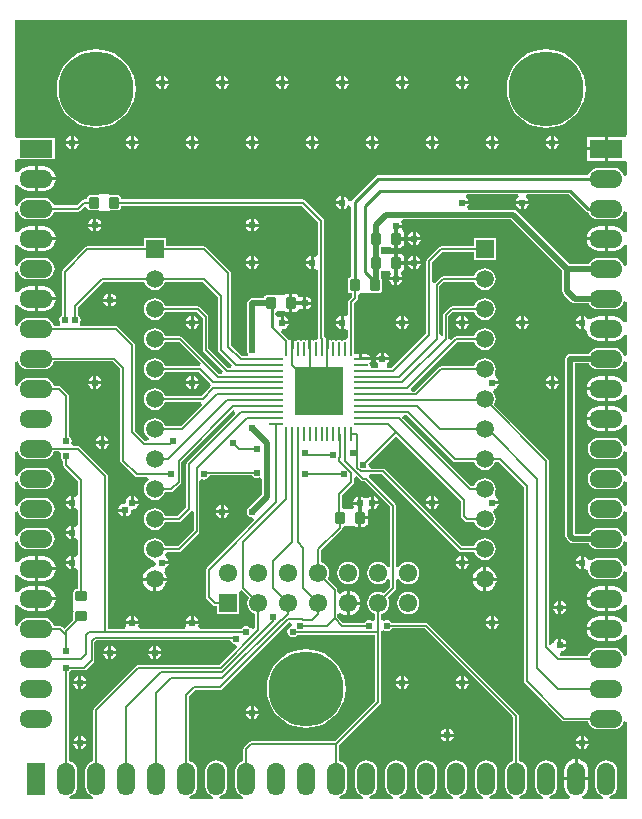
<source format=gtl>
G04 Layer_Physical_Order=1*
G04 Layer_Color=255*
%FSLAX25Y25*%
%MOIN*%
G70*
G01*
G75*
%ADD10O,0.04724X0.00984*%
%ADD11O,0.00984X0.04724*%
%ADD12R,0.16142X0.16142*%
G04:AMPARAMS|DCode=13|XSize=39.37mil|YSize=35.43mil|CornerRadius=4.43mil|HoleSize=0mil|Usage=FLASHONLY|Rotation=0.000|XOffset=0mil|YOffset=0mil|HoleType=Round|Shape=RoundedRectangle|*
%AMROUNDEDRECTD13*
21,1,0.03937,0.02658,0,0,0.0*
21,1,0.03051,0.03543,0,0,0.0*
1,1,0.00886,0.01526,-0.01329*
1,1,0.00886,-0.01526,-0.01329*
1,1,0.00886,-0.01526,0.01329*
1,1,0.00886,0.01526,0.01329*
%
%ADD13ROUNDEDRECTD13*%
G04:AMPARAMS|DCode=14|XSize=39.37mil|YSize=35.43mil|CornerRadius=4.43mil|HoleSize=0mil|Usage=FLASHONLY|Rotation=90.000|XOffset=0mil|YOffset=0mil|HoleType=Round|Shape=RoundedRectangle|*
%AMROUNDEDRECTD14*
21,1,0.03937,0.02658,0,0,90.0*
21,1,0.03051,0.03543,0,0,90.0*
1,1,0.00886,0.01329,0.01526*
1,1,0.00886,0.01329,-0.01526*
1,1,0.00886,-0.01329,-0.01526*
1,1,0.00886,-0.01329,0.01526*
%
%ADD14ROUNDEDRECTD14*%
%ADD15C,0.00600*%
%ADD16C,0.01000*%
%ADD17C,0.00800*%
%ADD18C,0.02000*%
%ADD19C,0.01200*%
%ADD20C,0.25000*%
%ADD21R,0.11000X0.06000*%
%ADD22O,0.11000X0.06000*%
%ADD23R,0.06000X0.11000*%
%ADD24O,0.06000X0.11000*%
%ADD25R,0.06102X0.06102*%
%ADD26C,0.06102*%
%ADD27C,0.05984*%
%ADD28R,0.05984X0.05984*%
%ADD29C,0.02400*%
%ADD30C,0.02362*%
G36*
X168582Y268620D02*
Y251000D01*
X168652Y250649D01*
X168851Y250351D01*
X173320Y245882D01*
X172906Y244882D01*
X171915D01*
X165418Y251380D01*
Y262000D01*
X165348Y262351D01*
X165149Y262649D01*
X162649Y265149D01*
X162351Y265348D01*
X162000Y265418D01*
X151002D01*
X151000Y265438D01*
X150638Y266312D01*
X150062Y267062D01*
X149312Y267638D01*
X148438Y268000D01*
X147500Y268123D01*
X146562Y268000D01*
X145688Y267638D01*
X144938Y267062D01*
X144362Y266312D01*
X144000Y265438D01*
X143877Y264500D01*
X144000Y263562D01*
X144362Y262688D01*
X144938Y261938D01*
X145688Y261362D01*
X146562Y261000D01*
X147500Y260877D01*
X148438Y261000D01*
X149312Y261362D01*
X150062Y261938D01*
X150638Y262688D01*
X151000Y263562D01*
X151002Y263582D01*
X161620D01*
X163582Y261620D01*
Y251000D01*
X163652Y250649D01*
X163851Y250351D01*
X170289Y243914D01*
X169874Y242914D01*
X168884D01*
X156649Y255149D01*
X156351Y255348D01*
X156000Y255418D01*
X151002D01*
X151000Y255438D01*
X150638Y256312D01*
X150062Y257062D01*
X149312Y257638D01*
X148438Y258000D01*
X147500Y258123D01*
X146562Y258000D01*
X145688Y257638D01*
X144938Y257062D01*
X144362Y256312D01*
X144000Y255438D01*
X143877Y254500D01*
X144000Y253562D01*
X144362Y252688D01*
X144938Y251938D01*
X145688Y251362D01*
X146562Y251000D01*
X147500Y250877D01*
X148438Y251000D01*
X149312Y251362D01*
X150062Y251938D01*
X150638Y252688D01*
X151000Y253562D01*
X151002Y253582D01*
X155620D01*
X162831Y246371D01*
X162606Y245723D01*
X162370Y245418D01*
X151002D01*
X151000Y245438D01*
X150638Y246312D01*
X150062Y247062D01*
X149312Y247638D01*
X148438Y248000D01*
X147500Y248123D01*
X146562Y248000D01*
X145688Y247638D01*
X144938Y247062D01*
X144362Y246312D01*
X144000Y245438D01*
X143877Y244500D01*
X144000Y243562D01*
X144362Y242688D01*
X144938Y241938D01*
X145688Y241362D01*
X146562Y241000D01*
X147500Y240877D01*
X148438Y241000D01*
X149312Y241362D01*
X150062Y241938D01*
X150638Y242688D01*
X151000Y243562D01*
X151002Y243582D01*
X162120D01*
X166039Y239663D01*
X166254Y239111D01*
X166057Y238354D01*
X163120Y235418D01*
X151002D01*
X151000Y235438D01*
X150638Y236312D01*
X150062Y237062D01*
X149312Y237638D01*
X148438Y238000D01*
X147500Y238123D01*
X146562Y238000D01*
X145688Y237638D01*
X144938Y237062D01*
X144362Y236312D01*
X144000Y235438D01*
X143877Y234500D01*
X144000Y233562D01*
X144362Y232688D01*
X144938Y231938D01*
X145688Y231362D01*
X146562Y231000D01*
X147500Y230877D01*
X148438Y231000D01*
X149312Y231362D01*
X150062Y231938D01*
X150638Y232688D01*
X151000Y233562D01*
X151002Y233582D01*
X162870D01*
X163285Y232582D01*
X156120Y225418D01*
X151002D01*
X151000Y225438D01*
X150638Y226312D01*
X150062Y227062D01*
X149312Y227638D01*
X148438Y228000D01*
X147500Y228123D01*
X146562Y228000D01*
X145688Y227638D01*
X144938Y227062D01*
X144362Y226312D01*
X144000Y225438D01*
X143877Y224500D01*
X144000Y223562D01*
X144362Y222688D01*
X144938Y221938D01*
X145616Y221418D01*
X145619Y221308D01*
X145243Y220748D01*
X144129Y220669D01*
X140918Y223880D01*
Y252500D01*
X140848Y252851D01*
X140649Y253149D01*
X135149Y258649D01*
X134851Y258848D01*
X134500Y258918D01*
X122885D01*
X122702Y259161D01*
X122442Y259918D01*
X122696Y260298D01*
X122835Y261000D01*
X122696Y261702D01*
X122298Y262298D01*
X121918Y262552D01*
Y265120D01*
X130380Y273582D01*
X143998D01*
X144000Y273562D01*
X144362Y272688D01*
X144938Y271938D01*
X145688Y271362D01*
X146562Y271000D01*
X147500Y270877D01*
X148438Y271000D01*
X149312Y271362D01*
X150062Y271938D01*
X150638Y272688D01*
X151000Y273562D01*
X151002Y273582D01*
X163620D01*
X168582Y268620D01*
D02*
G37*
G36*
X304980Y322801D02*
X304500Y322000D01*
X303980Y322000D01*
X298500D01*
Y318000D01*
Y314000D01*
X303980D01*
X304500Y314000D01*
X304980Y313199D01*
Y309102D01*
X304007Y308940D01*
X303645Y309816D01*
X303067Y310567D01*
X302315Y311145D01*
X301440Y311507D01*
X300500Y311631D01*
X295500D01*
X294560Y311507D01*
X293685Y311145D01*
X292933Y310567D01*
X292355Y309816D01*
X292068Y309121D01*
X222000D01*
X222000Y309122D01*
X221571Y309036D01*
X221207Y308793D01*
X213361Y300947D01*
X213140Y300617D01*
X212986Y300592D01*
X212112Y300657D01*
X212072Y300858D01*
X211586Y301586D01*
X210858Y302072D01*
X210500Y302144D01*
Y300000D01*
Y297856D01*
X210858Y297928D01*
X211586Y298414D01*
X212032Y299081D01*
X212105Y299092D01*
X213032Y298573D01*
Y275089D01*
X212825D01*
X212418Y275008D01*
X212073Y274778D01*
X211842Y274432D01*
X211761Y274026D01*
Y270974D01*
X211842Y270567D01*
X212073Y270222D01*
X212418Y269992D01*
X212825Y269911D01*
X213134D01*
Y268576D01*
X212216Y267658D01*
X211995Y267327D01*
X211917Y266937D01*
Y262567D01*
X210917Y262033D01*
X210858Y262072D01*
X210500Y262144D01*
Y260000D01*
Y257856D01*
X210858Y257928D01*
X210917Y257967D01*
X211917Y257433D01*
Y254887D01*
X211832Y254749D01*
X210968Y254133D01*
X210542Y254048D01*
X209984Y253870D01*
X209426Y254048D01*
X209000Y254133D01*
X208574Y254048D01*
X208016Y253870D01*
X207458Y254048D01*
X207031Y254133D01*
X206605Y254048D01*
X206553Y254013D01*
X206139Y254096D01*
X205645Y254425D01*
X205563Y254442D01*
Y251150D01*
X204563D01*
Y254720D01*
X204072Y255180D01*
X204020Y255276D01*
Y294000D01*
X203942Y294390D01*
X203721Y294721D01*
X197721Y300721D01*
X197390Y300942D01*
X197000Y301020D01*
X136392D01*
Y301526D01*
X136311Y301933D01*
X136081Y302277D01*
X135736Y302508D01*
X135329Y302589D01*
X132671D01*
X132441Y302543D01*
X132228Y302756D01*
X129079D01*
X128866Y302543D01*
X128636Y302589D01*
X125978D01*
X125571Y302508D01*
X125226Y302277D01*
X124996Y301933D01*
X124915Y301526D01*
Y301020D01*
X124000D01*
X123610Y300942D01*
X123279Y300721D01*
X121578Y299020D01*
X113974D01*
X113645Y299816D01*
X113068Y300568D01*
X112315Y301145D01*
X111440Y301507D01*
X110500Y301631D01*
X105500D01*
X104560Y301507D01*
X103684Y301145D01*
X102932Y300568D01*
X102355Y299816D01*
X101993Y298940D01*
X101020Y299102D01*
Y305751D01*
X101962Y305973D01*
X102020Y305965D01*
X102647Y305147D01*
X103483Y304506D01*
X104456Y304103D01*
X105500Y303965D01*
X107500D01*
Y308000D01*
Y312035D01*
X105500D01*
X104456Y311897D01*
X103483Y311494D01*
X102647Y310853D01*
X102020Y310035D01*
X101962Y310028D01*
X101020Y310249D01*
Y314111D01*
X101900Y314400D01*
X102020Y314400D01*
X114100D01*
Y321600D01*
X102020D01*
X101900Y321600D01*
X101020Y321889D01*
Y360981D01*
X304980D01*
Y322801D01*
D02*
G37*
G36*
X136082Y244620D02*
Y214000D01*
X136152Y213649D01*
X136351Y213351D01*
X140851Y208851D01*
X141149Y208652D01*
X141500Y208582D01*
X145021D01*
X145619Y207692D01*
X145616Y207582D01*
X144938Y207062D01*
X144362Y206312D01*
X144000Y205438D01*
X143877Y204500D01*
X144000Y203562D01*
X144362Y202688D01*
X144938Y201938D01*
X145688Y201362D01*
X146562Y201000D01*
X147500Y200877D01*
X148438Y201000D01*
X149312Y201362D01*
X150062Y201938D01*
X150638Y202688D01*
X151000Y203562D01*
X151002Y203582D01*
X153000D01*
X153351Y203652D01*
X153649Y203851D01*
X156149Y206351D01*
X156348Y206649D01*
X156418Y207000D01*
Y213620D01*
X173615Y230817D01*
X174035Y230746D01*
X174377Y229674D01*
X158351Y213649D01*
X158152Y213351D01*
X158082Y213000D01*
Y198380D01*
X155120Y195418D01*
X151002D01*
X151000Y195438D01*
X150638Y196312D01*
X150062Y197062D01*
X149312Y197638D01*
X148438Y198000D01*
X147500Y198123D01*
X146562Y198000D01*
X145688Y197638D01*
X144938Y197062D01*
X144362Y196312D01*
X144000Y195438D01*
X143877Y194500D01*
X144000Y193562D01*
X144362Y192688D01*
X144938Y191938D01*
X145688Y191362D01*
X146562Y191000D01*
X147500Y190877D01*
X148438Y191000D01*
X149312Y191362D01*
X150062Y191938D01*
X150638Y192688D01*
X151000Y193562D01*
X151002Y193582D01*
X155500D01*
X155851Y193652D01*
X156149Y193851D01*
X159582Y197285D01*
X159864Y197258D01*
X160582Y196948D01*
Y190880D01*
X155120Y185418D01*
X151002D01*
X151000Y185438D01*
X150638Y186312D01*
X150062Y187062D01*
X149312Y187638D01*
X148438Y188000D01*
X147500Y188123D01*
X146562Y188000D01*
X145688Y187638D01*
X144938Y187062D01*
X144362Y186312D01*
X144000Y185438D01*
X143877Y184500D01*
X144000Y183562D01*
X144362Y182688D01*
X144938Y181938D01*
X145688Y181362D01*
X146562Y181000D01*
X146927Y180952D01*
X147757Y180000D01*
X147859Y179488D01*
X147751Y179200D01*
X147363Y178653D01*
X147165Y178482D01*
X146458Y178389D01*
X145487Y177987D01*
X144653Y177347D01*
X144013Y176513D01*
X143611Y175542D01*
X143539Y175000D01*
X147500D01*
X151461D01*
X151389Y175542D01*
X150987Y176513D01*
X150707Y176878D01*
X150773Y177331D01*
X151011Y178027D01*
X151017Y178034D01*
X151586Y178414D01*
X152072Y179142D01*
X152144Y179500D01*
X150000D01*
Y180500D01*
X152144D01*
X152072Y180858D01*
X151586Y181586D01*
X151233Y181822D01*
X150850Y182677D01*
X151604Y183582D01*
X155500D01*
X155851Y183652D01*
X156149Y183851D01*
X162149Y189851D01*
X162348Y190149D01*
X162418Y190500D01*
Y207190D01*
X163156Y207705D01*
X163418Y207781D01*
X164000Y207665D01*
X164702Y207804D01*
X165298Y208202D01*
X165696Y208798D01*
X165752Y209082D01*
X179948D01*
X180202Y208702D01*
X180798Y208304D01*
X181500Y208165D01*
X182202Y208304D01*
X182369Y208416D01*
X183369Y207894D01*
Y202676D01*
X179411Y198718D01*
X179298Y198696D01*
X178702Y198298D01*
X178304Y197702D01*
X178165Y197000D01*
X178304Y196298D01*
X178702Y195702D01*
X179298Y195304D01*
X180000Y195165D01*
X180714Y194287D01*
X180740Y194038D01*
X164851Y178149D01*
X164652Y177851D01*
X164582Y177500D01*
Y168500D01*
X164652Y168149D01*
X164851Y167851D01*
X166851Y165851D01*
X167149Y165652D01*
X167500Y165582D01*
X168349D01*
Y162849D01*
X175651D01*
Y170137D01*
X176368Y170834D01*
X178832Y168370D01*
X178811Y168341D01*
X178443Y167453D01*
X178317Y166500D01*
X178443Y165547D01*
X178811Y164659D01*
X179396Y163896D01*
X180159Y163311D01*
X181047Y162943D01*
X181082Y162938D01*
Y158421D01*
X180534Y157935D01*
X179406Y158136D01*
X179298Y158298D01*
X178702Y158696D01*
X178000Y158835D01*
X177298Y158696D01*
X176702Y158298D01*
X176448Y157918D01*
X162457D01*
X161923Y158918D01*
X162072Y159142D01*
X162144Y159500D01*
X157856D01*
X157928Y159142D01*
X158077Y158918D01*
X157543Y157918D01*
X142457D01*
X141923Y158918D01*
X142072Y159142D01*
X142144Y159500D01*
X137856D01*
X137928Y159142D01*
X138077Y158918D01*
X137543Y157918D01*
X131918D01*
Y209000D01*
X131848Y209351D01*
X131649Y209649D01*
X122649Y218649D01*
X122351Y218848D01*
X122000Y218918D01*
X120310D01*
X119795Y219656D01*
X119719Y219918D01*
X119835Y220500D01*
X119696Y221202D01*
X119298Y221798D01*
X118918Y222052D01*
Y235500D01*
X118848Y235851D01*
X118649Y236149D01*
X116149Y238649D01*
X115851Y238848D01*
X115500Y238918D01*
X114010D01*
X114007Y238940D01*
X113645Y239815D01*
X113068Y240567D01*
X112315Y241145D01*
X111440Y241507D01*
X110500Y241631D01*
X105500D01*
X104560Y241507D01*
X103684Y241145D01*
X102932Y240567D01*
X102355Y239815D01*
X101993Y238940D01*
X101020Y239102D01*
Y246898D01*
X101993Y247060D01*
X102355Y246184D01*
X102932Y245432D01*
X103684Y244855D01*
X104560Y244493D01*
X105500Y244369D01*
X110500D01*
X111440Y244493D01*
X112315Y244855D01*
X113068Y245432D01*
X113645Y246184D01*
X114007Y247060D01*
X114010Y247082D01*
X133620D01*
X136082Y244620D01*
D02*
G37*
G36*
X116205Y216344D02*
X116281Y216082D01*
X116165Y215500D01*
X116304Y214798D01*
X116702Y214202D01*
X117082Y213948D01*
Y212500D01*
X117152Y212149D01*
X117351Y211851D01*
X122082Y207120D01*
Y202457D01*
X121082Y201923D01*
X120858Y202072D01*
X120500Y202144D01*
Y200000D01*
Y197856D01*
X120858Y197928D01*
X121082Y198077D01*
X122082Y197543D01*
Y192457D01*
X121082Y191923D01*
X120858Y192072D01*
X120500Y192144D01*
Y190000D01*
Y187856D01*
X120858Y187928D01*
X121082Y188077D01*
X122082Y187543D01*
Y182457D01*
X121082Y181923D01*
X120858Y182072D01*
X120500Y182144D01*
Y180000D01*
Y177856D01*
X120858Y177928D01*
X121082Y178077D01*
X122082Y177543D01*
Y171239D01*
X121474D01*
X121068Y171158D01*
X120722Y170927D01*
X120492Y170582D01*
X120411Y170175D01*
Y167518D01*
X120457Y167288D01*
X120244Y167075D01*
Y163925D01*
X120457Y163712D01*
X120411Y163482D01*
Y160862D01*
X117423Y157875D01*
X116649Y158649D01*
X116351Y158848D01*
X116000Y158918D01*
X114010D01*
X114007Y158940D01*
X113645Y159816D01*
X113068Y160568D01*
X112315Y161145D01*
X111440Y161507D01*
X110500Y161631D01*
X105500D01*
X104560Y161507D01*
X103684Y161145D01*
X102932Y160568D01*
X102355Y159816D01*
X101993Y158940D01*
X101020Y159102D01*
Y165751D01*
X101962Y165972D01*
X102020Y165965D01*
X102647Y165147D01*
X103483Y164506D01*
X104456Y164103D01*
X105500Y163965D01*
X107500D01*
Y168000D01*
Y172035D01*
X105500D01*
X104456Y171897D01*
X103483Y171494D01*
X102647Y170853D01*
X102020Y170035D01*
X101962Y170027D01*
X101020Y170249D01*
Y175751D01*
X101962Y175972D01*
X102020Y175965D01*
X102647Y175147D01*
X103483Y174506D01*
X104456Y174103D01*
X105500Y173966D01*
X107500D01*
Y178000D01*
Y182035D01*
X105500D01*
X104456Y181897D01*
X103483Y181494D01*
X102647Y180853D01*
X102020Y180035D01*
X101962Y180027D01*
X101020Y180249D01*
Y186898D01*
X101993Y187060D01*
X102355Y186185D01*
X102932Y185432D01*
X103684Y184855D01*
X104560Y184493D01*
X105500Y184369D01*
X110500D01*
X111440Y184493D01*
X112315Y184855D01*
X113068Y185432D01*
X113645Y186185D01*
X114007Y187060D01*
X114131Y188000D01*
X114007Y188940D01*
X113645Y189815D01*
X113068Y190568D01*
X112315Y191145D01*
X111440Y191507D01*
X110500Y191631D01*
X105500D01*
X104560Y191507D01*
X103684Y191145D01*
X102932Y190568D01*
X102355Y189815D01*
X101993Y188940D01*
X101020Y189102D01*
Y196898D01*
X101993Y197060D01*
X102355Y196185D01*
X102932Y195432D01*
X103684Y194855D01*
X104560Y194493D01*
X105500Y194369D01*
X110500D01*
X111440Y194493D01*
X112315Y194855D01*
X113068Y195432D01*
X113645Y196185D01*
X114007Y197060D01*
X114131Y198000D01*
X114007Y198940D01*
X113645Y199815D01*
X113068Y200568D01*
X112315Y201145D01*
X111440Y201507D01*
X110500Y201631D01*
X105500D01*
X104560Y201507D01*
X103684Y201145D01*
X102932Y200568D01*
X102355Y199815D01*
X101993Y198940D01*
X101020Y199102D01*
Y206898D01*
X101993Y207060D01*
X102355Y206185D01*
X102932Y205433D01*
X103684Y204855D01*
X104560Y204493D01*
X105500Y204369D01*
X110500D01*
X111440Y204493D01*
X112315Y204855D01*
X113068Y205433D01*
X113645Y206185D01*
X114007Y207060D01*
X114131Y208000D01*
X114007Y208940D01*
X113645Y209816D01*
X113068Y210567D01*
X112315Y211145D01*
X111440Y211507D01*
X110500Y211631D01*
X105500D01*
X104560Y211507D01*
X103684Y211145D01*
X102932Y210567D01*
X102355Y209816D01*
X101993Y208940D01*
X101020Y209102D01*
Y216898D01*
X101993Y217060D01*
X102355Y216184D01*
X102932Y215433D01*
X103684Y214855D01*
X104560Y214493D01*
X105500Y214369D01*
X110500D01*
X111440Y214493D01*
X112315Y214855D01*
X113068Y215433D01*
X113645Y216184D01*
X114007Y217060D01*
X114010Y217082D01*
X115690D01*
X116205Y216344D01*
D02*
G37*
G36*
X283369Y277324D02*
Y270500D01*
X283493Y269876D01*
X283846Y269346D01*
X286347Y266846D01*
X286876Y266493D01*
X287500Y266369D01*
X292279D01*
X292355Y266184D01*
X292933Y265433D01*
X293685Y264855D01*
X294560Y264493D01*
X295500Y264369D01*
X300500D01*
X301440Y264493D01*
X302315Y264855D01*
X303067Y265433D01*
X303645Y266184D01*
X304007Y267060D01*
X304980Y266898D01*
Y260249D01*
X304038Y260028D01*
X303980Y260035D01*
X303353Y260853D01*
X302517Y261494D01*
X301544Y261897D01*
X300500Y262035D01*
X298500D01*
Y258000D01*
Y253965D01*
X300500D01*
X301544Y254103D01*
X302517Y254506D01*
X303353Y255147D01*
X303980Y255965D01*
X304038Y255973D01*
X304980Y255751D01*
Y249102D01*
X304007Y248940D01*
X303645Y249816D01*
X303067Y250568D01*
X302315Y251145D01*
X301440Y251507D01*
X300500Y251631D01*
X295500D01*
X294560Y251507D01*
X293685Y251145D01*
X292933Y250568D01*
X292355Y249816D01*
X292279Y249631D01*
X286000D01*
X285376Y249507D01*
X284846Y249153D01*
X284493Y248624D01*
X284369Y248000D01*
Y189000D01*
X284493Y188376D01*
X284846Y187847D01*
X285846Y186846D01*
X286376Y186493D01*
X287000Y186369D01*
X292279D01*
X292355Y186185D01*
X292933Y185432D01*
X293685Y184855D01*
X294560Y184493D01*
X295500Y184369D01*
X300500D01*
X301440Y184493D01*
X302315Y184855D01*
X303067Y185432D01*
X303645Y186185D01*
X304007Y187060D01*
X304980Y186898D01*
Y179102D01*
X304007Y178940D01*
X303645Y179815D01*
X303067Y180568D01*
X302315Y181145D01*
X301440Y181507D01*
X300500Y181631D01*
X295500D01*
X294560Y181507D01*
X293685Y181145D01*
X293121Y180712D01*
X292363Y180818D01*
X291990Y180982D01*
X291586Y181586D01*
X290858Y182072D01*
X290500Y182144D01*
Y180000D01*
Y177856D01*
X290858Y177928D01*
X290901Y177956D01*
X291941Y177449D01*
X291993Y177060D01*
X292355Y176184D01*
X292933Y175432D01*
X293685Y174855D01*
X294560Y174493D01*
X295500Y174369D01*
X300500D01*
X301440Y174493D01*
X302315Y174855D01*
X303067Y175432D01*
X303645Y176184D01*
X304007Y177060D01*
X304980Y176898D01*
Y170249D01*
X304038Y170027D01*
X303980Y170035D01*
X303353Y170853D01*
X302517Y171494D01*
X301544Y171897D01*
X300500Y172035D01*
X298500D01*
Y168000D01*
Y163965D01*
X300500D01*
X301544Y164103D01*
X302517Y164506D01*
X303353Y165147D01*
X303980Y165965D01*
X304038Y165972D01*
X304980Y165751D01*
Y160249D01*
X304038Y160028D01*
X303980Y160035D01*
X303353Y160853D01*
X302517Y161494D01*
X301544Y161897D01*
X300500Y162034D01*
X298500D01*
Y158000D01*
Y153965D01*
X300500D01*
X301544Y154103D01*
X302517Y154506D01*
X303353Y155147D01*
X303980Y155965D01*
X304038Y155973D01*
X304980Y155751D01*
Y149102D01*
X304007Y148940D01*
X303645Y149815D01*
X303067Y150568D01*
X302315Y151145D01*
X301440Y151507D01*
X300500Y151631D01*
X295500D01*
X294560Y151507D01*
X293685Y151145D01*
X292933Y150568D01*
X292355Y149815D01*
X291993Y148940D01*
X291990Y148918D01*
X282856D01*
X282600Y149295D01*
X283077Y150372D01*
X283358Y150428D01*
X284086Y150914D01*
X284572Y151642D01*
X284644Y152000D01*
X282500D01*
Y152500D01*
X282000D01*
Y154644D01*
X281642Y154572D01*
X280914Y154086D01*
X280428Y153358D01*
X280372Y153077D01*
X279295Y152600D01*
X278918Y152856D01*
Y214000D01*
X278848Y214351D01*
X278649Y214649D01*
X260625Y232672D01*
X260638Y232688D01*
X261000Y233562D01*
X261123Y234500D01*
X261000Y235438D01*
X260638Y236312D01*
X260270Y236791D01*
X260476Y237656D01*
X260634Y237883D01*
X260858Y237928D01*
X261586Y238414D01*
X262072Y239142D01*
X262144Y239500D01*
X260000D01*
Y240500D01*
X262144D01*
X262072Y240858D01*
X261586Y241586D01*
X261233Y241822D01*
X260843Y242389D01*
X260809Y243102D01*
X261000Y243562D01*
X261123Y244500D01*
X261000Y245438D01*
X260638Y246312D01*
X260062Y247062D01*
X259312Y247638D01*
X258438Y248000D01*
X257500Y248123D01*
X256562Y248000D01*
X255688Y247638D01*
X254938Y247062D01*
X254362Y246312D01*
X254000Y245438D01*
X253998Y245418D01*
X243000D01*
X242649Y245348D01*
X242351Y245149D01*
X234210Y237008D01*
X233220D01*
X232806Y238008D01*
X248380Y253582D01*
X253998D01*
X254000Y253562D01*
X254362Y252688D01*
X254938Y251938D01*
X255688Y251362D01*
X256562Y251000D01*
X257500Y250877D01*
X258438Y251000D01*
X259312Y251362D01*
X260062Y251938D01*
X260638Y252688D01*
X261000Y253562D01*
X261123Y254500D01*
X261000Y255438D01*
X260638Y256312D01*
X260062Y257062D01*
X259312Y257638D01*
X258438Y258000D01*
X257500Y258123D01*
X256562Y258000D01*
X255688Y257638D01*
X254938Y257062D01*
X254362Y256312D01*
X254000Y255438D01*
X253998Y255418D01*
X248000D01*
X247649Y255348D01*
X247351Y255149D01*
X246371Y254169D01*
X245723Y254394D01*
X245418Y254630D01*
Y262120D01*
X246880Y263582D01*
X253998D01*
X254000Y263562D01*
X254362Y262688D01*
X254938Y261938D01*
X255688Y261362D01*
X256562Y261000D01*
X257500Y260877D01*
X258438Y261000D01*
X259312Y261362D01*
X260062Y261938D01*
X260638Y262688D01*
X261000Y263562D01*
X261123Y264500D01*
X261000Y265438D01*
X260638Y266312D01*
X260062Y267062D01*
X259312Y267638D01*
X258438Y268000D01*
X257500Y268123D01*
X256562Y268000D01*
X255688Y267638D01*
X254938Y267062D01*
X254362Y266312D01*
X254000Y265438D01*
X253998Y265418D01*
X246500D01*
X246149Y265348D01*
X245851Y265149D01*
X243851Y263149D01*
X243652Y262851D01*
X243582Y262500D01*
Y255730D01*
X243418Y255619D01*
X242418Y256154D01*
Y272120D01*
X243880Y273582D01*
X253998D01*
X254000Y273562D01*
X254362Y272688D01*
X254938Y271938D01*
X255688Y271362D01*
X256562Y271000D01*
X257500Y270877D01*
X258438Y271000D01*
X259312Y271362D01*
X260062Y271938D01*
X260638Y272688D01*
X261000Y273562D01*
X261123Y274500D01*
X261000Y275438D01*
X260638Y276312D01*
X260062Y277062D01*
X259312Y277638D01*
X258438Y278000D01*
X257500Y278123D01*
X256562Y278000D01*
X255688Y277638D01*
X254938Y277062D01*
X254362Y276312D01*
X254000Y275438D01*
X253998Y275418D01*
X243500D01*
X243149Y275348D01*
X242851Y275149D01*
X240918Y273215D01*
X240636Y273242D01*
X239918Y273552D01*
Y280120D01*
X243380Y283582D01*
X253908D01*
Y280908D01*
X261092D01*
Y288092D01*
X253908D01*
Y285418D01*
X243000D01*
X242649Y285348D01*
X242351Y285149D01*
X238351Y281149D01*
X238152Y280851D01*
X238082Y280500D01*
Y256380D01*
X226585Y244882D01*
X224960D01*
X224851Y245042D01*
X224988Y246316D01*
X225474Y247043D01*
X225545Y247402D01*
X221258D01*
X221329Y247043D01*
X221815Y246316D01*
X221952Y245042D01*
X221843Y244882D01*
X219869D01*
X219689Y245026D01*
X219159Y245882D01*
X219169Y245933D01*
X219084Y246359D01*
X219049Y246412D01*
X219131Y246826D01*
X219461Y247319D01*
X219477Y247402D01*
X216185D01*
Y247902D01*
X215685D01*
Y249423D01*
X214315D01*
X214051Y249640D01*
Y253020D01*
X213966Y253446D01*
X213957Y253460D01*
Y266515D01*
X214875Y267433D01*
X215095Y267763D01*
X215173Y268154D01*
Y269082D01*
X215925Y269744D01*
X219075D01*
X219288Y269957D01*
X219518Y269911D01*
X222175D01*
X222582Y269992D01*
X222927Y270222D01*
X223158Y270567D01*
X223238Y270974D01*
Y274026D01*
X223158Y274432D01*
X222927Y274778D01*
X222785Y274872D01*
Y277186D01*
X222925Y277244D01*
X225762D01*
X225863Y277177D01*
X226001Y276851D01*
X226140Y276059D01*
X225774Y275512D01*
X225703Y275153D01*
X229990D01*
X229919Y275512D01*
X229553Y276059D01*
X229692Y276851D01*
X229830Y277177D01*
X230216Y277434D01*
X230534Y277911D01*
X230646Y278474D01*
Y279500D01*
X227847D01*
Y280000D01*
X227346D01*
Y282997D01*
X226518D01*
X225955Y282885D01*
X225762Y282756D01*
X222925D01*
X222785Y282814D01*
Y285186D01*
X222925Y285244D01*
X225762D01*
X225955Y285115D01*
X226518Y285003D01*
X227346D01*
Y288000D01*
X227847D01*
Y288500D01*
X230646D01*
Y289526D01*
X230534Y290089D01*
X230216Y290566D01*
X229919Y291295D01*
X229990Y291653D01*
X227847D01*
Y292653D01*
X229990D01*
X229919Y293012D01*
X229680Y293369D01*
X230154Y294369D01*
X266324D01*
X283369Y277324D01*
D02*
G37*
G36*
X267082Y128620D02*
Y114010D01*
X267060Y114007D01*
X266184Y113645D01*
X265433Y113068D01*
X264855Y112315D01*
X264493Y111440D01*
X264369Y110500D01*
Y105500D01*
X264493Y104560D01*
X264855Y103684D01*
X265433Y102932D01*
X266184Y102355D01*
X267060Y101993D01*
X266898Y101020D01*
X259102D01*
X258940Y101993D01*
X259816Y102355D01*
X260567Y102932D01*
X261145Y103684D01*
X261507Y104560D01*
X261631Y105500D01*
Y110500D01*
X261507Y111440D01*
X261145Y112315D01*
X260567Y113068D01*
X259816Y113645D01*
X258940Y114007D01*
X258000Y114131D01*
X257060Y114007D01*
X256185Y113645D01*
X255433Y113068D01*
X254855Y112315D01*
X254493Y111440D01*
X254369Y110500D01*
Y105500D01*
X254493Y104560D01*
X254855Y103684D01*
X255433Y102932D01*
X256185Y102355D01*
X257060Y101993D01*
X256898Y101020D01*
X249102D01*
X248940Y101993D01*
X249816Y102355D01*
X250568Y102932D01*
X251145Y103684D01*
X251507Y104560D01*
X251631Y105500D01*
Y110500D01*
X251507Y111440D01*
X251145Y112315D01*
X250568Y113068D01*
X249816Y113645D01*
X248940Y114007D01*
X248000Y114131D01*
X247060Y114007D01*
X246184Y113645D01*
X245432Y113068D01*
X244855Y112315D01*
X244493Y111440D01*
X244369Y110500D01*
Y105500D01*
X244493Y104560D01*
X244855Y103684D01*
X245432Y102932D01*
X246184Y102355D01*
X247060Y101993D01*
X246898Y101020D01*
X239102D01*
X238940Y101993D01*
X239815Y102355D01*
X240567Y102932D01*
X241145Y103684D01*
X241507Y104560D01*
X241631Y105500D01*
Y110500D01*
X241507Y111440D01*
X241145Y112315D01*
X240567Y113068D01*
X239815Y113645D01*
X238940Y114007D01*
X238000Y114131D01*
X237060Y114007D01*
X236185Y113645D01*
X235433Y113068D01*
X234855Y112315D01*
X234493Y111440D01*
X234369Y110500D01*
Y105500D01*
X234493Y104560D01*
X234855Y103684D01*
X235433Y102932D01*
X236185Y102355D01*
X237060Y101993D01*
X236898Y101020D01*
X229102D01*
X228940Y101993D01*
X229816Y102355D01*
X230568Y102932D01*
X231145Y103684D01*
X231507Y104560D01*
X231631Y105500D01*
Y110500D01*
X231507Y111440D01*
X231145Y112315D01*
X230568Y113068D01*
X229816Y113645D01*
X228940Y114007D01*
X228000Y114131D01*
X227060Y114007D01*
X226185Y113645D01*
X225432Y113068D01*
X224855Y112315D01*
X224493Y111440D01*
X224369Y110500D01*
Y105500D01*
X224493Y104560D01*
X224855Y103684D01*
X225432Y102932D01*
X226185Y102355D01*
X227060Y101993D01*
X226898Y101020D01*
X219102D01*
X218940Y101993D01*
X219815Y102355D01*
X220567Y102932D01*
X221145Y103684D01*
X221507Y104560D01*
X221631Y105500D01*
Y110500D01*
X221507Y111440D01*
X221145Y112315D01*
X220567Y113068D01*
X219815Y113645D01*
X218940Y114007D01*
X218000Y114131D01*
X217060Y114007D01*
X216184Y113645D01*
X215433Y113068D01*
X214855Y112315D01*
X214493Y111440D01*
X214369Y110500D01*
Y105500D01*
X214493Y104560D01*
X214855Y103684D01*
X215433Y102932D01*
X216184Y102355D01*
X217060Y101993D01*
X216898Y101020D01*
X209102D01*
X208940Y101993D01*
X209816Y102355D01*
X210567Y102932D01*
X211145Y103684D01*
X211507Y104560D01*
X211631Y105500D01*
Y110500D01*
X211507Y111440D01*
X211145Y112315D01*
X210567Y113068D01*
X209816Y113645D01*
X208940Y114007D01*
X208918Y114010D01*
Y119120D01*
X222649Y132851D01*
X222848Y133149D01*
X222918Y133500D01*
Y157115D01*
X223161Y157298D01*
X223918Y157558D01*
X224298Y157304D01*
X225000Y157165D01*
X225702Y157304D01*
X226298Y157702D01*
X226552Y158082D01*
X237620D01*
X267082Y128620D01*
D02*
G37*
G36*
X304980Y246898D02*
Y240249D01*
X304038Y240027D01*
X303980Y240035D01*
X303353Y240853D01*
X302517Y241494D01*
X301544Y241897D01*
X300500Y242035D01*
X298500D01*
Y238000D01*
Y233965D01*
X300500D01*
X301544Y234103D01*
X302517Y234506D01*
X303353Y235147D01*
X303980Y235965D01*
X304038Y235972D01*
X304980Y235751D01*
Y230249D01*
X304038Y230028D01*
X303980Y230035D01*
X303353Y230853D01*
X302517Y231494D01*
X301544Y231897D01*
X300500Y232034D01*
X298500D01*
Y228000D01*
Y223966D01*
X300500D01*
X301544Y224103D01*
X302517Y224506D01*
X303353Y225147D01*
X303980Y225965D01*
X304038Y225973D01*
X304980Y225751D01*
Y219102D01*
X304007Y218940D01*
X303645Y219815D01*
X303067Y220567D01*
X302315Y221145D01*
X301440Y221507D01*
X300500Y221631D01*
X295500D01*
X294560Y221507D01*
X293685Y221145D01*
X292933Y220567D01*
X292355Y219815D01*
X291993Y218940D01*
X291869Y218000D01*
X291993Y217060D01*
X292355Y216184D01*
X292933Y215433D01*
X293685Y214855D01*
X294560Y214493D01*
X295500Y214369D01*
X300500D01*
X301440Y214493D01*
X302315Y214855D01*
X303067Y215433D01*
X303645Y216184D01*
X304007Y217060D01*
X304980Y216898D01*
Y209102D01*
X304007Y208940D01*
X303645Y209816D01*
X303067Y210567D01*
X302315Y211145D01*
X301440Y211507D01*
X300500Y211631D01*
X295500D01*
X294560Y211507D01*
X293685Y211145D01*
X292933Y210567D01*
X292355Y209816D01*
X291993Y208940D01*
X291869Y208000D01*
X291993Y207060D01*
X292355Y206185D01*
X292933Y205433D01*
X293685Y204855D01*
X294560Y204493D01*
X295500Y204369D01*
X300500D01*
X301440Y204493D01*
X302315Y204855D01*
X303067Y205433D01*
X303645Y206185D01*
X304007Y207060D01*
X304980Y206898D01*
Y199102D01*
X304007Y198940D01*
X303645Y199815D01*
X303067Y200568D01*
X302315Y201145D01*
X301440Y201507D01*
X300500Y201631D01*
X295500D01*
X294560Y201507D01*
X293685Y201145D01*
X292933Y200568D01*
X292355Y199815D01*
X291993Y198940D01*
X291869Y198000D01*
X291993Y197060D01*
X292355Y196185D01*
X292933Y195432D01*
X293685Y194855D01*
X294560Y194493D01*
X295500Y194369D01*
X300500D01*
X301440Y194493D01*
X302315Y194855D01*
X303067Y195432D01*
X303645Y196185D01*
X304007Y197060D01*
X304980Y196898D01*
Y189102D01*
X304007Y188940D01*
X303645Y189815D01*
X303067Y190568D01*
X302315Y191145D01*
X301440Y191507D01*
X300500Y191631D01*
X295500D01*
X294560Y191507D01*
X293685Y191145D01*
X292933Y190568D01*
X292355Y189815D01*
X292279Y189631D01*
X287676D01*
X287631Y189676D01*
Y246369D01*
X292279D01*
X292355Y246184D01*
X292933Y245432D01*
X293685Y244855D01*
X294560Y244493D01*
X295500Y244369D01*
X300500D01*
X301440Y244493D01*
X302315Y244855D01*
X303067Y245432D01*
X303645Y246184D01*
X304007Y247060D01*
X304980Y246898D01*
D02*
G37*
G36*
X193410Y159182D02*
X193258Y158789D01*
X193190Y158774D01*
X192798Y158696D01*
X192202Y158298D01*
X191804Y157702D01*
X191665Y157000D01*
X191804Y156298D01*
X192202Y155702D01*
X192798Y155304D01*
X193500Y155165D01*
X194202Y155304D01*
X194798Y155702D01*
X194985Y155982D01*
X221082D01*
Y133880D01*
X207620Y120418D01*
X179500D01*
X179149Y120348D01*
X178851Y120149D01*
X177351Y118649D01*
X177152Y118351D01*
X177082Y118000D01*
Y114010D01*
X177060Y114007D01*
X176184Y113645D01*
X175432Y113068D01*
X174855Y112315D01*
X174493Y111440D01*
X174369Y110500D01*
Y105500D01*
X174493Y104560D01*
X174855Y103684D01*
X175432Y102932D01*
X176184Y102355D01*
X177060Y101993D01*
X176898Y101020D01*
X169102D01*
X168940Y101993D01*
X169816Y102355D01*
X170568Y102932D01*
X171145Y103684D01*
X171507Y104560D01*
X171631Y105500D01*
Y110500D01*
X171507Y111440D01*
X171145Y112315D01*
X170568Y113068D01*
X169816Y113645D01*
X168940Y114007D01*
X168000Y114131D01*
X167060Y114007D01*
X166184Y113645D01*
X165432Y113068D01*
X164855Y112315D01*
X164493Y111440D01*
X164369Y110500D01*
Y105500D01*
X164493Y104560D01*
X164855Y103684D01*
X165432Y102932D01*
X166184Y102355D01*
X167060Y101993D01*
X166898Y101020D01*
X159102D01*
X158940Y101993D01*
X159816Y102355D01*
X160568Y102932D01*
X161145Y103684D01*
X161507Y104560D01*
X161631Y105500D01*
Y110500D01*
X161507Y111440D01*
X161145Y112315D01*
X160568Y113068D01*
X159816Y113645D01*
X158940Y114007D01*
X158918Y114010D01*
Y135620D01*
X160880Y137582D01*
X169197D01*
X169548Y137652D01*
X169846Y137851D01*
X192177Y160182D01*
X192726D01*
X193410Y159182D01*
D02*
G37*
G36*
X246851Y213851D02*
X247149Y213652D01*
X247500Y213582D01*
X253998D01*
X254000Y213562D01*
X254362Y212688D01*
X254938Y211938D01*
X255688Y211362D01*
X256562Y211000D01*
X257500Y210877D01*
X258438Y211000D01*
X259312Y211362D01*
X260062Y211938D01*
X260638Y212688D01*
X261000Y213562D01*
X261002Y213582D01*
X262120D01*
X270582Y205120D01*
Y140500D01*
X270652Y140149D01*
X270851Y139851D01*
X283351Y127351D01*
X283649Y127152D01*
X284000Y127082D01*
X291990D01*
X291993Y127060D01*
X292355Y126184D01*
X292933Y125432D01*
X293685Y124855D01*
X294560Y124493D01*
X295500Y124369D01*
X300500D01*
X301440Y124493D01*
X302315Y124855D01*
X303067Y125432D01*
X303645Y126184D01*
X304007Y127060D01*
X304980Y126898D01*
Y101020D01*
X299102D01*
X298940Y101993D01*
X299816Y102355D01*
X300568Y102932D01*
X301145Y103684D01*
X301507Y104560D01*
X301631Y105500D01*
Y110500D01*
X301507Y111440D01*
X301145Y112315D01*
X300568Y113068D01*
X299816Y113645D01*
X298940Y114007D01*
X298000Y114131D01*
X297060Y114007D01*
X296184Y113645D01*
X295432Y113068D01*
X294855Y112315D01*
X294493Y111440D01*
X294369Y110500D01*
Y105500D01*
X294493Y104560D01*
X294855Y103684D01*
X295432Y102932D01*
X296184Y102355D01*
X297060Y101993D01*
X296898Y101020D01*
X290249D01*
X290027Y101962D01*
X290035Y102020D01*
X290853Y102647D01*
X291494Y103483D01*
X291897Y104456D01*
X292035Y105500D01*
Y107500D01*
X288000D01*
X283965D01*
Y105500D01*
X284103Y104456D01*
X284506Y103483D01*
X285147Y102647D01*
X285965Y102020D01*
X285972Y101962D01*
X285751Y101020D01*
X279102D01*
X278940Y101993D01*
X279816Y102355D01*
X280568Y102932D01*
X281145Y103684D01*
X281507Y104560D01*
X281631Y105500D01*
Y110500D01*
X281507Y111440D01*
X281145Y112315D01*
X280568Y113068D01*
X279816Y113645D01*
X278940Y114007D01*
X278000Y114131D01*
X277060Y114007D01*
X276185Y113645D01*
X275432Y113068D01*
X274855Y112315D01*
X274493Y111440D01*
X274369Y110500D01*
Y105500D01*
X274493Y104560D01*
X274855Y103684D01*
X275432Y102932D01*
X276185Y102355D01*
X277060Y101993D01*
X276898Y101020D01*
X269102D01*
X268940Y101993D01*
X269815Y102355D01*
X270567Y102932D01*
X271145Y103684D01*
X271507Y104560D01*
X271631Y105500D01*
Y110500D01*
X271507Y111440D01*
X271145Y112315D01*
X270567Y113068D01*
X269815Y113645D01*
X268940Y114007D01*
X268918Y114010D01*
Y129000D01*
X268848Y129351D01*
X268649Y129649D01*
X238649Y159649D01*
X238351Y159848D01*
X238000Y159918D01*
X226552D01*
X226298Y160298D01*
X225702Y160696D01*
X225000Y160835D01*
X224298Y160696D01*
X223918Y160442D01*
X223161Y160702D01*
X222918Y160885D01*
Y162938D01*
X222953Y162943D01*
X223841Y163311D01*
X224604Y163896D01*
X225189Y164659D01*
X225557Y165547D01*
X225683Y166500D01*
X225557Y167453D01*
X225189Y168341D01*
X225167Y168370D01*
X227649Y170851D01*
X227848Y171149D01*
X227918Y171500D01*
Y174245D01*
X228401Y174469D01*
X228918Y174519D01*
X229396Y173896D01*
X230159Y173311D01*
X231047Y172943D01*
X232000Y172817D01*
X232953Y172943D01*
X233841Y173311D01*
X234604Y173896D01*
X235189Y174659D01*
X235557Y175547D01*
X235683Y176500D01*
X235557Y177453D01*
X235189Y178341D01*
X234604Y179104D01*
X233841Y179689D01*
X232953Y180057D01*
X232000Y180183D01*
X231047Y180057D01*
X230159Y179689D01*
X229396Y179104D01*
X228918Y178481D01*
X228401Y178531D01*
X227918Y178755D01*
Y199000D01*
X227848Y199351D01*
X227649Y199649D01*
X218815Y208482D01*
X218968Y209130D01*
X219201Y209482D01*
X223220D01*
X248851Y183851D01*
X249149Y183652D01*
X249500Y183582D01*
X253998D01*
X254000Y183562D01*
X254362Y182688D01*
X254938Y181938D01*
X255688Y181362D01*
X256562Y181000D01*
X257500Y180877D01*
X258438Y181000D01*
X259312Y181362D01*
X260062Y181938D01*
X260638Y182688D01*
X261000Y183562D01*
X261123Y184500D01*
X261000Y185438D01*
X260638Y186312D01*
X260062Y187062D01*
X259312Y187638D01*
X258438Y188000D01*
X257500Y188123D01*
X256562Y188000D01*
X255688Y187638D01*
X254938Y187062D01*
X254362Y186312D01*
X254000Y185438D01*
X253998Y185418D01*
X249880D01*
X224249Y211049D01*
X223951Y211248D01*
X223600Y211318D01*
X219486D01*
X218799Y212318D01*
X218835Y212500D01*
X218746Y212948D01*
X228000Y222202D01*
X249582Y200620D01*
Y195500D01*
X249652Y195149D01*
X249851Y194851D01*
X250851Y193851D01*
X251149Y193652D01*
X251500Y193582D01*
X253998D01*
X254000Y193562D01*
X254362Y192688D01*
X254938Y191938D01*
X255688Y191362D01*
X256562Y191000D01*
X257500Y190877D01*
X258438Y191000D01*
X259312Y191362D01*
X260062Y191938D01*
X260638Y192688D01*
X261000Y193562D01*
X261123Y194500D01*
X261000Y195438D01*
X260638Y196312D01*
X260270Y196791D01*
X260476Y197656D01*
X260634Y197883D01*
X260858Y197928D01*
X261586Y198414D01*
X262072Y199142D01*
X262144Y199500D01*
X260000D01*
Y200500D01*
X262144D01*
X262072Y200858D01*
X261586Y201586D01*
X261233Y201822D01*
X260843Y202390D01*
X260809Y203102D01*
X261000Y203562D01*
X261123Y204500D01*
X261000Y205438D01*
X260638Y206312D01*
X260062Y207062D01*
X259312Y207638D01*
X258438Y208000D01*
X257500Y208123D01*
X256562Y208000D01*
X255688Y207638D01*
X254938Y207062D01*
X254362Y206312D01*
X254000Y205438D01*
X253998Y205418D01*
X252880D01*
X230030Y228267D01*
X230445Y229267D01*
X231435D01*
X246851Y213851D01*
D02*
G37*
G36*
X291207Y297207D02*
X291207Y297207D01*
X291571Y296964D01*
X292000Y296878D01*
X292000Y296879D01*
X292068D01*
X292355Y296184D01*
X292933Y295432D01*
X293685Y294855D01*
X294560Y294493D01*
X295500Y294369D01*
X300500D01*
X301440Y294493D01*
X302315Y294855D01*
X303067Y295432D01*
X303645Y296184D01*
X304007Y297060D01*
X304980Y296898D01*
Y290249D01*
X304038Y290027D01*
X303980Y290035D01*
X303353Y290853D01*
X302517Y291494D01*
X301544Y291897D01*
X300500Y292035D01*
X298500D01*
Y288000D01*
Y283965D01*
X300500D01*
X301544Y284103D01*
X302517Y284506D01*
X303353Y285147D01*
X303980Y285965D01*
X304038Y285972D01*
X304980Y285751D01*
Y279102D01*
X304007Y278940D01*
X303645Y279816D01*
X303067Y280568D01*
X302315Y281145D01*
X301440Y281507D01*
X300500Y281631D01*
X295500D01*
X294560Y281507D01*
X293685Y281145D01*
X292933Y280568D01*
X292355Y279816D01*
X292279Y279631D01*
X285676D01*
X268154Y297153D01*
X267624Y297507D01*
X267000Y297631D01*
X252174D01*
X251995Y297869D01*
X251731Y298631D01*
X252072Y299142D01*
X252144Y299500D01*
X250000D01*
Y300500D01*
X252144D01*
X252072Y300858D01*
X251586Y301586D01*
X251149Y301878D01*
X251452Y302878D01*
X268548D01*
X268851Y301878D01*
X268414Y301586D01*
X267928Y300858D01*
X267856Y300500D01*
X272144D01*
X272072Y300858D01*
X271586Y301586D01*
X271149Y301878D01*
X271452Y302878D01*
X285535D01*
X291207Y297207D01*
D02*
G37*
G36*
X201980Y293578D02*
Y282525D01*
X200980Y281991D01*
X200858Y282072D01*
X200500Y282144D01*
Y280000D01*
Y277856D01*
X200858Y277928D01*
X200980Y278009D01*
X201980Y277475D01*
Y255000D01*
X202000Y254901D01*
X201934Y254775D01*
X201411Y254231D01*
X201283Y254156D01*
X201177Y254123D01*
X201126Y254133D01*
X200700Y254048D01*
X200647Y254013D01*
X200233Y254096D01*
X199740Y254425D01*
X199657Y254442D01*
Y251150D01*
X198658D01*
Y254442D01*
X198575Y254425D01*
X198082Y254096D01*
X197668Y254013D01*
X197615Y254048D01*
X197189Y254133D01*
X196763Y254048D01*
X196205Y253870D01*
X195647Y254048D01*
X195220Y254133D01*
X194794Y254048D01*
X194741Y254013D01*
X194328Y254096D01*
X193834Y254425D01*
X193752Y254442D01*
Y251150D01*
X192752D01*
Y254442D01*
X192670Y254425D01*
X192216Y254122D01*
X192004Y254437D01*
X189631Y256811D01*
X189884Y257460D01*
X190083Y257773D01*
X190858Y257928D01*
X191586Y258414D01*
X192072Y259142D01*
X192144Y259500D01*
X190000D01*
Y260000D01*
X189500D01*
Y262144D01*
X189142Y262072D01*
X188841Y261871D01*
X187839Y262217D01*
X187631Y262866D01*
X188107Y263744D01*
X190762D01*
X190955Y263615D01*
X191518Y263503D01*
X192347D01*
Y266500D01*
Y269497D01*
X191518D01*
X190955Y269385D01*
X190762Y269256D01*
X187925D01*
X187712Y269043D01*
X187482Y269089D01*
X184825D01*
X184418Y269008D01*
X184073Y268777D01*
X183842Y268432D01*
X183782Y268131D01*
X180000D01*
X179376Y268007D01*
X178847Y267653D01*
X178493Y267124D01*
X178369Y266500D01*
Y251798D01*
X178304Y251702D01*
X178165Y251000D01*
X178304Y250298D01*
X178624Y249819D01*
X178490Y249311D01*
X178224Y248819D01*
X176479D01*
X172918Y252380D01*
Y276500D01*
X172848Y276851D01*
X172649Y277149D01*
X164649Y285149D01*
X164351Y285348D01*
X164000Y285418D01*
X151092D01*
Y288092D01*
X143908D01*
Y285418D01*
X125000D01*
X124649Y285348D01*
X124351Y285149D01*
X116851Y277649D01*
X116652Y277351D01*
X116582Y277000D01*
Y262552D01*
X116202Y262298D01*
X115804Y261702D01*
X115665Y261000D01*
X115804Y260298D01*
X116058Y259918D01*
X115798Y259161D01*
X115615Y258918D01*
X114010D01*
X114007Y258940D01*
X113645Y259816D01*
X113068Y260567D01*
X112315Y261145D01*
X111440Y261507D01*
X110500Y261631D01*
X105500D01*
X104560Y261507D01*
X103684Y261145D01*
X102932Y260567D01*
X102355Y259816D01*
X101993Y258940D01*
X101020Y259102D01*
Y265751D01*
X101962Y265972D01*
X102020Y265965D01*
X102647Y265147D01*
X103483Y264506D01*
X104456Y264103D01*
X105500Y263966D01*
X107500D01*
Y268000D01*
Y272035D01*
X105500D01*
X104456Y271897D01*
X103483Y271494D01*
X102647Y270853D01*
X102020Y270035D01*
X101962Y270027D01*
X101020Y270249D01*
Y276898D01*
X101993Y277060D01*
X102355Y276185D01*
X102932Y275432D01*
X103684Y274855D01*
X104560Y274493D01*
X105500Y274369D01*
X110500D01*
X111440Y274493D01*
X112315Y274855D01*
X113068Y275432D01*
X113645Y276185D01*
X114007Y277060D01*
X114131Y278000D01*
X114007Y278940D01*
X113645Y279816D01*
X113068Y280568D01*
X112315Y281145D01*
X111440Y281507D01*
X110500Y281631D01*
X105500D01*
X104560Y281507D01*
X103684Y281145D01*
X102932Y280568D01*
X102355Y279816D01*
X101993Y278940D01*
X101020Y279102D01*
Y285751D01*
X101962Y285972D01*
X102020Y285965D01*
X102647Y285147D01*
X103483Y284506D01*
X104456Y284103D01*
X105500Y283965D01*
X107500D01*
Y288000D01*
Y292035D01*
X105500D01*
X104456Y291897D01*
X103483Y291494D01*
X102647Y290853D01*
X102020Y290035D01*
X101962Y290027D01*
X101020Y290249D01*
Y296898D01*
X101993Y297060D01*
X102355Y296184D01*
X102932Y295432D01*
X103684Y294855D01*
X104560Y294493D01*
X105500Y294369D01*
X110500D01*
X111440Y294493D01*
X112315Y294855D01*
X113068Y295432D01*
X113645Y296184D01*
X113974Y296980D01*
X122000D01*
X122390Y297058D01*
X122721Y297279D01*
X123915Y298474D01*
X124158Y298474D01*
X124984Y298128D01*
X124996Y298067D01*
X125226Y297723D01*
X125571Y297492D01*
X125978Y297411D01*
X128636D01*
X128866Y297457D01*
X129079Y297244D01*
X132228D01*
X132441Y297457D01*
X132671Y297411D01*
X135329D01*
X135736Y297492D01*
X136081Y297723D01*
X136311Y298067D01*
X136392Y298474D01*
Y298980D01*
X196578D01*
X201980Y293578D01*
D02*
G37*
G36*
X216184Y207351D02*
X216482Y207152D01*
X216833Y207082D01*
X217620D01*
X226082Y198620D01*
Y178755D01*
X225599Y178531D01*
X225082Y178481D01*
X224604Y179104D01*
X223841Y179689D01*
X222953Y180057D01*
X222000Y180183D01*
X221047Y180057D01*
X220159Y179689D01*
X219396Y179104D01*
X218811Y178341D01*
X218443Y177453D01*
X218317Y176500D01*
X218443Y175547D01*
X218811Y174659D01*
X219396Y173896D01*
X220159Y173311D01*
X221047Y172943D01*
X222000Y172817D01*
X222953Y172943D01*
X223841Y173311D01*
X224604Y173896D01*
X225082Y174519D01*
X225599Y174469D01*
X226082Y174245D01*
Y171880D01*
X223870Y169667D01*
X223841Y169689D01*
X222953Y170057D01*
X222000Y170183D01*
X221047Y170057D01*
X220159Y169689D01*
X219396Y169104D01*
X218811Y168341D01*
X218443Y167453D01*
X218317Y166500D01*
X218443Y165547D01*
X218811Y164659D01*
X219396Y163896D01*
X220159Y163311D01*
X221047Y162943D01*
X221082Y162938D01*
Y160885D01*
X220839Y160702D01*
X220082Y160442D01*
X219702Y160696D01*
X219000Y160835D01*
X218298Y160696D01*
X217702Y160298D01*
X217448Y159918D01*
X210380D01*
X208418Y161880D01*
Y162944D01*
X208453Y162978D01*
X209418Y163375D01*
X209957Y162961D01*
X210942Y162553D01*
X211500Y162480D01*
Y166500D01*
Y170520D01*
X210942Y170447D01*
X209957Y170039D01*
X209418Y169625D01*
X208453Y170022D01*
X208418Y170056D01*
Y171000D01*
X208348Y171351D01*
X208149Y171649D01*
X205168Y174630D01*
X205189Y174659D01*
X205557Y175547D01*
X205683Y176500D01*
X205557Y177453D01*
X205189Y178341D01*
X204604Y179104D01*
X203841Y179689D01*
X202953Y180057D01*
X202918Y180062D01*
Y184120D01*
X209802Y191005D01*
X210001Y191302D01*
X210071Y191654D01*
Y191684D01*
X210925Y192244D01*
X213762D01*
X213955Y192115D01*
X214518Y192003D01*
X215347D01*
Y195000D01*
X215846D01*
Y195500D01*
X218646D01*
Y196526D01*
X218534Y197089D01*
X218484Y197165D01*
X219055Y197827D01*
X219182Y197920D01*
X219500Y197856D01*
Y200000D01*
Y202144D01*
X219142Y202072D01*
X218496Y201641D01*
X218300Y201568D01*
X217433Y201433D01*
X216705Y201919D01*
X216347Y201990D01*
Y199846D01*
X215846D01*
Y199346D01*
X213703D01*
X213774Y198988D01*
X213845Y198882D01*
X213881Y198555D01*
X213241Y197756D01*
X210925D01*
X210918Y197748D01*
X209918Y198038D01*
Y202620D01*
X213649Y206351D01*
X213848Y206649D01*
X213918Y207000D01*
Y208311D01*
X214842Y208694D01*
X216184Y207351D01*
D02*
G37*
G36*
X172804Y153798D02*
X173202Y153202D01*
X173798Y152804D01*
X174461Y152673D01*
X174575Y152503D01*
X174934Y151731D01*
X169120Y145918D01*
X142000D01*
X141649Y145848D01*
X141351Y145649D01*
X127351Y131649D01*
X127152Y131351D01*
X127082Y131000D01*
Y114010D01*
X127060Y114007D01*
X126184Y113645D01*
X125432Y113068D01*
X124855Y112315D01*
X124493Y111440D01*
X124369Y110500D01*
Y105500D01*
X124493Y104560D01*
X124855Y103684D01*
X125432Y102932D01*
X126184Y102355D01*
X127060Y101993D01*
X126898Y101020D01*
X119102D01*
X118940Y101993D01*
X119816Y102355D01*
X120568Y102932D01*
X121145Y103684D01*
X121507Y104560D01*
X121631Y105500D01*
Y110500D01*
X121507Y111440D01*
X121145Y112315D01*
X120568Y113068D01*
X119816Y113645D01*
X118940Y114007D01*
X118918Y114010D01*
Y143448D01*
X119298Y143702D01*
X119552Y144082D01*
X124000D01*
X124351Y144152D01*
X124649Y144351D01*
X127149Y146851D01*
X127348Y147149D01*
X127418Y147500D01*
Y153620D01*
X127880Y154082D01*
X172748D01*
X172804Y153798D01*
D02*
G37*
%LPC*%
G36*
X162144Y239500D02*
X160500D01*
Y237856D01*
X160858Y237928D01*
X161586Y238414D01*
X162072Y239142D01*
X162144Y239500D01*
D02*
G37*
G36*
X159500D02*
X157856D01*
X157928Y239142D01*
X158414Y238414D01*
X159142Y237928D01*
X159500Y237856D01*
Y239500D01*
D02*
G37*
G36*
Y242144D02*
X159142Y242072D01*
X158414Y241586D01*
X157928Y240858D01*
X157856Y240500D01*
X159500D01*
Y242144D01*
D02*
G37*
G36*
X160500D02*
Y240500D01*
X162144D01*
X162072Y240858D01*
X161586Y241586D01*
X160858Y242072D01*
X160500Y242144D01*
D02*
G37*
G36*
X159500Y259500D02*
X157856D01*
X157928Y259142D01*
X158414Y258414D01*
X159142Y257928D01*
X159500Y257856D01*
Y259500D01*
D02*
G37*
G36*
X132000Y267000D02*
X130356D01*
X130428Y266642D01*
X130914Y265914D01*
X131642Y265428D01*
X132000Y265356D01*
Y267000D01*
D02*
G37*
G36*
X134644D02*
X133000D01*
Y265356D01*
X133358Y265428D01*
X134086Y265914D01*
X134572Y266642D01*
X134644Y267000D01*
D02*
G37*
G36*
X133000Y269644D02*
Y268000D01*
X134644D01*
X134572Y268358D01*
X134086Y269086D01*
X133358Y269572D01*
X133000Y269644D01*
D02*
G37*
G36*
X132000D02*
X131642Y269572D01*
X130914Y269086D01*
X130428Y268358D01*
X130356Y268000D01*
X132000D01*
Y269644D01*
D02*
G37*
G36*
X162144Y259500D02*
X160500D01*
Y257856D01*
X160858Y257928D01*
X161586Y258414D01*
X162072Y259142D01*
X162144Y259500D01*
D02*
G37*
G36*
X159500Y262144D02*
X159142Y262072D01*
X158414Y261586D01*
X157928Y260858D01*
X157856Y260500D01*
X159500D01*
Y262144D01*
D02*
G37*
G36*
X160500D02*
Y260500D01*
X162144D01*
X162072Y260858D01*
X161586Y261586D01*
X160858Y262072D01*
X160500Y262144D01*
D02*
G37*
G36*
X120500Y322144D02*
Y320500D01*
X122144D01*
X122072Y320858D01*
X121586Y321586D01*
X120858Y322072D01*
X120500Y322144D01*
D02*
G37*
G36*
X119500D02*
X119142Y322072D01*
X118414Y321586D01*
X117928Y320858D01*
X117856Y320500D01*
X119500D01*
Y322144D01*
D02*
G37*
G36*
X140500D02*
Y320500D01*
X142144D01*
X142072Y320858D01*
X141586Y321586D01*
X140858Y322072D01*
X140500Y322144D01*
D02*
G37*
G36*
X139500D02*
X139142Y322072D01*
X138414Y321586D01*
X137928Y320858D01*
X137856Y320500D01*
X139500D01*
Y322144D01*
D02*
G37*
G36*
X279500Y319500D02*
X277856D01*
X277928Y319142D01*
X278414Y318414D01*
X279142Y317928D01*
X279500Y317856D01*
Y319500D01*
D02*
G37*
G36*
X262144D02*
X260500D01*
Y317856D01*
X260858Y317928D01*
X261586Y318414D01*
X262072Y319142D01*
X262144Y319500D01*
D02*
G37*
G36*
X297500Y322000D02*
X291500D01*
Y318500D01*
X297500D01*
Y322000D01*
D02*
G37*
G36*
X282144Y319500D02*
X280500D01*
Y317856D01*
X280858Y317928D01*
X281586Y318414D01*
X282072Y319142D01*
X282144Y319500D01*
D02*
G37*
G36*
X200500Y322144D02*
Y320500D01*
X202144D01*
X202072Y320858D01*
X201586Y321586D01*
X200858Y322072D01*
X200500Y322144D01*
D02*
G37*
G36*
X199500D02*
X199142Y322072D01*
X198414Y321586D01*
X197928Y320858D01*
X197856Y320500D01*
X199500D01*
Y322144D01*
D02*
G37*
G36*
X220500D02*
Y320500D01*
X222144D01*
X222072Y320858D01*
X221586Y321586D01*
X220858Y322072D01*
X220500Y322144D01*
D02*
G37*
G36*
X219500D02*
X219142Y322072D01*
X218414Y321586D01*
X217928Y320858D01*
X217856Y320500D01*
X219500D01*
Y322144D01*
D02*
G37*
G36*
X160500D02*
Y320500D01*
X162144D01*
X162072Y320858D01*
X161586Y321586D01*
X160858Y322072D01*
X160500Y322144D01*
D02*
G37*
G36*
X159500D02*
X159142Y322072D01*
X158414Y321586D01*
X157928Y320858D01*
X157856Y320500D01*
X159500D01*
Y322144D01*
D02*
G37*
G36*
X180500D02*
Y320500D01*
X182144D01*
X182072Y320858D01*
X181586Y321586D01*
X180858Y322072D01*
X180500Y322144D01*
D02*
G37*
G36*
X179500D02*
X179142Y322072D01*
X178414Y321586D01*
X177928Y320858D01*
X177856Y320500D01*
X179500D01*
Y322144D01*
D02*
G37*
G36*
X159500Y319500D02*
X157856D01*
X157928Y319142D01*
X158414Y318414D01*
X159142Y317928D01*
X159500Y317856D01*
Y319500D01*
D02*
G37*
G36*
X142144D02*
X140500D01*
Y317856D01*
X140858Y317928D01*
X141586Y318414D01*
X142072Y319142D01*
X142144Y319500D01*
D02*
G37*
G36*
X179500D02*
X177856D01*
X177928Y319142D01*
X178414Y318414D01*
X179142Y317928D01*
X179500Y317856D01*
Y319500D01*
D02*
G37*
G36*
X162144D02*
X160500D01*
Y317856D01*
X160858Y317928D01*
X161586Y318414D01*
X162072Y319142D01*
X162144Y319500D01*
D02*
G37*
G36*
X119500D02*
X117856D01*
X117928Y319142D01*
X118414Y318414D01*
X119142Y317928D01*
X119500Y317856D01*
Y319500D01*
D02*
G37*
G36*
X297500Y317500D02*
X291500D01*
Y314000D01*
X297500D01*
Y317500D01*
D02*
G37*
G36*
X139500Y319500D02*
X137856D01*
X137928Y319142D01*
X138414Y318414D01*
X139142Y317928D01*
X139500Y317856D01*
Y319500D01*
D02*
G37*
G36*
X122144D02*
X120500D01*
Y317856D01*
X120858Y317928D01*
X121586Y318414D01*
X122072Y319142D01*
X122144Y319500D01*
D02*
G37*
G36*
X239500D02*
X237856D01*
X237928Y319142D01*
X238414Y318414D01*
X239142Y317928D01*
X239500Y317856D01*
Y319500D01*
D02*
G37*
G36*
X222144D02*
X220500D01*
Y317856D01*
X220858Y317928D01*
X221586Y318414D01*
X222072Y319142D01*
X222144Y319500D01*
D02*
G37*
G36*
X259500D02*
X257856D01*
X257928Y319142D01*
X258414Y318414D01*
X259142Y317928D01*
X259500Y317856D01*
Y319500D01*
D02*
G37*
G36*
X242144D02*
X240500D01*
Y317856D01*
X240858Y317928D01*
X241586Y318414D01*
X242072Y319142D01*
X242144Y319500D01*
D02*
G37*
G36*
X199500D02*
X197856D01*
X197928Y319142D01*
X198414Y318414D01*
X199142Y317928D01*
X199500Y317856D01*
Y319500D01*
D02*
G37*
G36*
X182144D02*
X180500D01*
Y317856D01*
X180858Y317928D01*
X181586Y318414D01*
X182072Y319142D01*
X182144Y319500D01*
D02*
G37*
G36*
X219500D02*
X217856D01*
X217928Y319142D01*
X218414Y318414D01*
X219142Y317928D01*
X219500Y317856D01*
Y319500D01*
D02*
G37*
G36*
X202144D02*
X200500D01*
Y317856D01*
X200858Y317928D01*
X201586Y318414D01*
X202072Y319142D01*
X202144Y319500D01*
D02*
G37*
G36*
X150500Y342144D02*
Y340500D01*
X152144D01*
X152072Y340858D01*
X151586Y341586D01*
X150858Y342072D01*
X150500Y342144D01*
D02*
G37*
G36*
X149500D02*
X149142Y342072D01*
X148414Y341586D01*
X147928Y340858D01*
X147856Y340500D01*
X149500D01*
Y342144D01*
D02*
G37*
G36*
X170500D02*
Y340500D01*
X172144D01*
X172072Y340858D01*
X171586Y341586D01*
X170858Y342072D01*
X170500Y342144D01*
D02*
G37*
G36*
X169500D02*
X169142Y342072D01*
X168414Y341586D01*
X167928Y340858D01*
X167856Y340500D01*
X169500D01*
Y342144D01*
D02*
G37*
G36*
X232144Y339500D02*
X230500D01*
Y337856D01*
X230858Y337928D01*
X231586Y338414D01*
X232072Y339142D01*
X232144Y339500D01*
D02*
G37*
G36*
X229500D02*
X227856D01*
X227928Y339142D01*
X228414Y338414D01*
X229142Y337928D01*
X229500Y337856D01*
Y339500D01*
D02*
G37*
G36*
X252144D02*
X250500D01*
Y337856D01*
X250858Y337928D01*
X251586Y338414D01*
X252072Y339142D01*
X252144Y339500D01*
D02*
G37*
G36*
X249500D02*
X247856D01*
X247928Y339142D01*
X248414Y338414D01*
X249142Y337928D01*
X249500Y337856D01*
Y339500D01*
D02*
G37*
G36*
X230500Y342144D02*
Y340500D01*
X232144D01*
X232072Y340858D01*
X231586Y341586D01*
X230858Y342072D01*
X230500Y342144D01*
D02*
G37*
G36*
X229500D02*
X229142Y342072D01*
X228414Y341586D01*
X227928Y340858D01*
X227856Y340500D01*
X229500D01*
Y342144D01*
D02*
G37*
G36*
X250500D02*
Y340500D01*
X252144D01*
X252072Y340858D01*
X251586Y341586D01*
X250858Y342072D01*
X250500Y342144D01*
D02*
G37*
G36*
X249500D02*
X249142Y342072D01*
X248414Y341586D01*
X247928Y340858D01*
X247856Y340500D01*
X249500D01*
Y342144D01*
D02*
G37*
G36*
X190500D02*
Y340500D01*
X192144D01*
X192072Y340858D01*
X191586Y341586D01*
X190858Y342072D01*
X190500Y342144D01*
D02*
G37*
G36*
X189500D02*
X189142Y342072D01*
X188414Y341586D01*
X187928Y340858D01*
X187856Y340500D01*
X189500D01*
Y342144D01*
D02*
G37*
G36*
X210500D02*
Y340500D01*
X212144D01*
X212072Y340858D01*
X211586Y341586D01*
X210858Y342072D01*
X210500Y342144D01*
D02*
G37*
G36*
X209500D02*
X209142Y342072D01*
X208414Y341586D01*
X207928Y340858D01*
X207856Y340500D01*
X209500D01*
Y342144D01*
D02*
G37*
G36*
X280500Y322144D02*
Y320500D01*
X282144D01*
X282072Y320858D01*
X281586Y321586D01*
X280858Y322072D01*
X280500Y322144D01*
D02*
G37*
G36*
X279500D02*
X279142Y322072D01*
X278414Y321586D01*
X277928Y320858D01*
X277856Y320500D01*
X279500D01*
Y322144D01*
D02*
G37*
G36*
X278000Y351140D02*
X275944Y350979D01*
X273939Y350497D01*
X272034Y349708D01*
X270276Y348631D01*
X268708Y347292D01*
X267369Y345724D01*
X266292Y343966D01*
X265503Y342061D01*
X265021Y340056D01*
X264860Y338000D01*
X265021Y335944D01*
X265503Y333939D01*
X266292Y332034D01*
X267369Y330276D01*
X268708Y328708D01*
X270276Y327369D01*
X272034Y326292D01*
X273939Y325503D01*
X275944Y325021D01*
X278000Y324859D01*
X280056Y325021D01*
X282061Y325503D01*
X283966Y326292D01*
X285724Y327369D01*
X287292Y328708D01*
X288631Y330276D01*
X289708Y332034D01*
X290497Y333939D01*
X290979Y335944D01*
X291141Y338000D01*
X290979Y340056D01*
X290497Y342061D01*
X289708Y343966D01*
X288631Y345724D01*
X287292Y347292D01*
X285724Y348631D01*
X283966Y349708D01*
X282061Y350497D01*
X280056Y350979D01*
X278000Y351140D01*
D02*
G37*
G36*
X128000D02*
X125944Y350979D01*
X123939Y350497D01*
X122034Y349708D01*
X120276Y348631D01*
X118708Y347292D01*
X117369Y345724D01*
X116292Y343966D01*
X115503Y342061D01*
X115021Y340056D01*
X114859Y338000D01*
X115021Y335944D01*
X115503Y333939D01*
X116292Y332034D01*
X117369Y330276D01*
X118708Y328708D01*
X120276Y327369D01*
X122034Y326292D01*
X123939Y325503D01*
X125944Y325021D01*
X128000Y324859D01*
X130056Y325021D01*
X132061Y325503D01*
X133966Y326292D01*
X135724Y327369D01*
X137292Y328708D01*
X138631Y330276D01*
X139708Y332034D01*
X140497Y333939D01*
X140979Y335944D01*
X141140Y338000D01*
X140979Y340056D01*
X140497Y342061D01*
X139708Y343966D01*
X138631Y345724D01*
X137292Y347292D01*
X135724Y348631D01*
X133966Y349708D01*
X132061Y350497D01*
X130056Y350979D01*
X128000Y351140D01*
D02*
G37*
G36*
X240500Y322144D02*
Y320500D01*
X242144D01*
X242072Y320858D01*
X241586Y321586D01*
X240858Y322072D01*
X240500Y322144D01*
D02*
G37*
G36*
X239500D02*
X239142Y322072D01*
X238414Y321586D01*
X237928Y320858D01*
X237856Y320500D01*
X239500D01*
Y322144D01*
D02*
G37*
G36*
X260500D02*
Y320500D01*
X262144D01*
X262072Y320858D01*
X261586Y321586D01*
X260858Y322072D01*
X260500Y322144D01*
D02*
G37*
G36*
X259500D02*
X259142Y322072D01*
X258414Y321586D01*
X257928Y320858D01*
X257856Y320500D01*
X259500D01*
Y322144D01*
D02*
G37*
G36*
X192144Y339500D02*
X190500D01*
Y337856D01*
X190858Y337928D01*
X191586Y338414D01*
X192072Y339142D01*
X192144Y339500D01*
D02*
G37*
G36*
X189500D02*
X187856D01*
X187928Y339142D01*
X188414Y338414D01*
X189142Y337928D01*
X189500Y337856D01*
Y339500D01*
D02*
G37*
G36*
X212144D02*
X210500D01*
Y337856D01*
X210858Y337928D01*
X211586Y338414D01*
X212072Y339142D01*
X212144Y339500D01*
D02*
G37*
G36*
X209500D02*
X207856D01*
X207928Y339142D01*
X208414Y338414D01*
X209142Y337928D01*
X209500Y337856D01*
Y339500D01*
D02*
G37*
G36*
X152144D02*
X150500D01*
Y337856D01*
X150858Y337928D01*
X151586Y338414D01*
X152072Y339142D01*
X152144Y339500D01*
D02*
G37*
G36*
X149500D02*
X147856D01*
X147928Y339142D01*
X148414Y338414D01*
X149142Y337928D01*
X149500Y337856D01*
Y339500D01*
D02*
G37*
G36*
X172144D02*
X170500D01*
Y337856D01*
X170858Y337928D01*
X171586Y338414D01*
X172072Y339142D01*
X172144Y339500D01*
D02*
G37*
G36*
X169500D02*
X167856D01*
X167928Y339142D01*
X168414Y338414D01*
X169142Y337928D01*
X169500Y337856D01*
Y339500D01*
D02*
G37*
G36*
X110500Y312035D02*
X108500D01*
Y308500D01*
X114469D01*
X114397Y309044D01*
X113994Y310017D01*
X113353Y310853D01*
X112517Y311494D01*
X111544Y311897D01*
X110500Y312035D01*
D02*
G37*
G36*
X209500Y259500D02*
X207856D01*
X207928Y259142D01*
X208414Y258414D01*
X209142Y257928D01*
X209500Y257856D01*
Y259500D01*
D02*
G37*
G36*
Y262144D02*
X209142Y262072D01*
X208414Y261586D01*
X207928Y260858D01*
X207856Y260500D01*
X209500D01*
Y262144D01*
D02*
G37*
G36*
X114469Y307500D02*
X108500D01*
Y303965D01*
X110500D01*
X111544Y304103D01*
X112517Y304506D01*
X113353Y305147D01*
X113994Y305983D01*
X114397Y306956D01*
X114469Y307500D01*
D02*
G37*
G36*
X209500Y302144D02*
X209142Y302072D01*
X208414Y301586D01*
X207928Y300858D01*
X207856Y300500D01*
X209500D01*
Y302144D01*
D02*
G37*
G36*
Y299500D02*
X207856D01*
X207928Y299142D01*
X208414Y298414D01*
X209142Y297928D01*
X209500Y297856D01*
Y299500D01*
D02*
G37*
G36*
X169500Y196500D02*
X167856D01*
X167928Y196142D01*
X168414Y195414D01*
X169142Y194928D01*
X169500Y194856D01*
Y196500D01*
D02*
G37*
G36*
X172144D02*
X170500D01*
Y194856D01*
X170858Y194928D01*
X171586Y195414D01*
X172072Y196142D01*
X172144Y196500D01*
D02*
G37*
G36*
X137000Y197000D02*
X135356D01*
X135428Y196642D01*
X135914Y195914D01*
X136642Y195428D01*
X137000Y195356D01*
Y197000D01*
D02*
G37*
G36*
X170500Y199144D02*
Y197500D01*
X172144D01*
X172072Y197858D01*
X171586Y198586D01*
X170858Y199072D01*
X170500Y199144D01*
D02*
G37*
G36*
X139500Y202144D02*
X139142Y202072D01*
X138414Y201586D01*
X137928Y200858D01*
X137757Y200000D01*
X136816Y199607D01*
X136642Y199572D01*
X135914Y199086D01*
X135428Y198358D01*
X135356Y198000D01*
X137500D01*
Y197500D01*
X138000D01*
Y195356D01*
X138358Y195428D01*
X139086Y195914D01*
X139572Y196642D01*
X139743Y197500D01*
X140684Y197893D01*
X140858Y197928D01*
X141586Y198414D01*
X142072Y199142D01*
X142144Y199500D01*
X140000D01*
Y200000D01*
X139500D01*
Y202144D01*
D02*
G37*
G36*
X169500Y199144D02*
X169142Y199072D01*
X168414Y198586D01*
X167928Y197858D01*
X167856Y197500D01*
X169500D01*
Y199144D01*
D02*
G37*
G36*
X127000Y242144D02*
X126642Y242072D01*
X125914Y241586D01*
X125428Y240858D01*
X125356Y240500D01*
X127000D01*
Y242144D01*
D02*
G37*
G36*
X128000D02*
Y240500D01*
X129644D01*
X129572Y240858D01*
X129086Y241586D01*
X128358Y242072D01*
X128000Y242144D01*
D02*
G37*
G36*
X127000Y239500D02*
X125356D01*
X125428Y239142D01*
X125914Y238414D01*
X126642Y237928D01*
X127000Y237856D01*
Y239500D01*
D02*
G37*
G36*
X129644D02*
X128000D01*
Y237856D01*
X128358Y237928D01*
X129086Y238414D01*
X129572Y239142D01*
X129644Y239500D01*
D02*
G37*
G36*
X140500Y202144D02*
Y200500D01*
X142144D01*
X142072Y200858D01*
X141586Y201586D01*
X140858Y202072D01*
X140500Y202144D01*
D02*
G37*
G36*
X129500Y219500D02*
X127856D01*
X127928Y219142D01*
X128414Y218414D01*
X129142Y217928D01*
X129500Y217856D01*
Y219500D01*
D02*
G37*
G36*
X132144D02*
X130500D01*
Y217856D01*
X130858Y217928D01*
X131586Y218414D01*
X132072Y219142D01*
X132144Y219500D01*
D02*
G37*
G36*
X129500Y222144D02*
X129142Y222072D01*
X128414Y221586D01*
X127928Y220858D01*
X127856Y220500D01*
X129500D01*
Y222144D01*
D02*
G37*
G36*
X130500D02*
Y220500D01*
X132144D01*
X132072Y220858D01*
X131586Y221586D01*
X130858Y222072D01*
X130500Y222144D01*
D02*
G37*
G36*
X147000Y174000D02*
X143539D01*
X143611Y173458D01*
X144013Y172487D01*
X144653Y171653D01*
X145487Y171013D01*
X146458Y170611D01*
X147000Y170539D01*
Y174000D01*
D02*
G37*
G36*
X151461D02*
X148000D01*
Y170539D01*
X148542Y170611D01*
X149513Y171013D01*
X150347Y171653D01*
X150987Y172487D01*
X151389Y173458D01*
X151461Y174000D01*
D02*
G37*
G36*
X140500Y162144D02*
Y160500D01*
X142144D01*
X142072Y160858D01*
X141586Y161586D01*
X140858Y162072D01*
X140500Y162144D01*
D02*
G37*
G36*
X139500D02*
X139142Y162072D01*
X138414Y161586D01*
X137928Y160858D01*
X137856Y160500D01*
X139500D01*
Y162144D01*
D02*
G37*
G36*
X160500D02*
Y160500D01*
X162144D01*
X162072Y160858D01*
X161586Y161586D01*
X160858Y162072D01*
X160500Y162144D01*
D02*
G37*
G36*
X159500D02*
X159142Y162072D01*
X158414Y161586D01*
X157928Y160858D01*
X157856Y160500D01*
X159500D01*
Y162144D01*
D02*
G37*
G36*
X119500Y199500D02*
X117856D01*
X117928Y199142D01*
X118414Y198414D01*
X119142Y197928D01*
X119500Y197856D01*
Y199500D01*
D02*
G37*
G36*
Y179500D02*
X117856D01*
X117928Y179142D01*
X118414Y178414D01*
X119142Y177928D01*
X119500Y177856D01*
Y179500D01*
D02*
G37*
G36*
X114469Y177500D02*
X108500D01*
Y173966D01*
X110500D01*
X111544Y174103D01*
X112517Y174506D01*
X113353Y175147D01*
X113994Y175983D01*
X114397Y176956D01*
X114469Y177500D01*
D02*
G37*
G36*
X119500Y189500D02*
X117856D01*
X117928Y189142D01*
X118414Y188414D01*
X119142Y187928D01*
X119500Y187856D01*
Y189500D01*
D02*
G37*
G36*
Y192144D02*
X119142Y192072D01*
X118414Y191586D01*
X117928Y190858D01*
X117856Y190500D01*
X119500D01*
Y192144D01*
D02*
G37*
G36*
X110500Y182035D02*
X108500D01*
Y178500D01*
X114469D01*
X114397Y179044D01*
X113994Y180017D01*
X113353Y180853D01*
X112517Y181494D01*
X111544Y181897D01*
X110500Y182035D01*
D02*
G37*
G36*
X119500Y182144D02*
X119142Y182072D01*
X118414Y181586D01*
X117928Y180858D01*
X117856Y180500D01*
X119500D01*
Y182144D01*
D02*
G37*
G36*
Y202144D02*
X119142Y202072D01*
X118414Y201586D01*
X117928Y200858D01*
X117856Y200500D01*
X119500D01*
Y202144D01*
D02*
G37*
G36*
X114469Y167500D02*
X108500D01*
Y163965D01*
X110500D01*
X111544Y164103D01*
X112517Y164506D01*
X113353Y165147D01*
X113994Y165983D01*
X114397Y166956D01*
X114469Y167500D01*
D02*
G37*
G36*
X110500Y172035D02*
X108500D01*
Y168500D01*
X114469D01*
X114397Y169044D01*
X113994Y170017D01*
X113353Y170853D01*
X112517Y171494D01*
X111544Y171897D01*
X110500Y172035D01*
D02*
G37*
G36*
X289500Y179500D02*
X287856D01*
X287928Y179142D01*
X288414Y178414D01*
X289142Y177928D01*
X289500Y177856D01*
Y179500D01*
D02*
G37*
G36*
Y182144D02*
X289142Y182072D01*
X288414Y181586D01*
X287928Y180858D01*
X287856Y180500D01*
X289500D01*
Y182144D01*
D02*
G37*
G36*
X223902Y250045D02*
Y248402D01*
X225545D01*
X225474Y248760D01*
X224988Y249488D01*
X224260Y249974D01*
X223902Y250045D01*
D02*
G37*
G36*
X218055Y249423D02*
X216685D01*
Y248402D01*
X219477D01*
X219461Y248484D01*
X219131Y248977D01*
X218637Y249307D01*
X218055Y249423D01*
D02*
G37*
G36*
X290500Y262144D02*
Y260000D01*
Y257839D01*
X291413Y257362D01*
X291571Y257201D01*
X291603Y256956D01*
X292006Y255983D01*
X292647Y255147D01*
X293483Y254506D01*
X294456Y254103D01*
X295500Y253965D01*
X297500D01*
Y258000D01*
Y262035D01*
X295500D01*
X294456Y261897D01*
X293483Y261494D01*
X293004Y261127D01*
X292924Y261104D01*
X291940Y261234D01*
X291755Y261333D01*
X291586Y261586D01*
X290858Y262072D01*
X290500Y262144D01*
D02*
G37*
G36*
X222902Y250045D02*
X222543Y249974D01*
X221815Y249488D01*
X221329Y248760D01*
X221258Y248402D01*
X222902D01*
Y250045D01*
D02*
G37*
G36*
X279500Y242144D02*
X279142Y242072D01*
X278414Y241586D01*
X277928Y240858D01*
X277856Y240500D01*
X279500D01*
Y242144D01*
D02*
G37*
G36*
X280500D02*
Y240500D01*
X282144D01*
X282072Y240858D01*
X281586Y241586D01*
X280858Y242072D01*
X280500Y242144D01*
D02*
G37*
G36*
X282144Y239500D02*
X280500D01*
Y237856D01*
X280858Y237928D01*
X281586Y238414D01*
X282072Y239142D01*
X282144Y239500D01*
D02*
G37*
G36*
X279500D02*
X277856D01*
X277928Y239142D01*
X278414Y238414D01*
X279142Y237928D01*
X279500Y237856D01*
Y239500D01*
D02*
G37*
G36*
X284644Y164500D02*
X283000D01*
Y162856D01*
X283358Y162928D01*
X284086Y163414D01*
X284572Y164142D01*
X284644Y164500D01*
D02*
G37*
G36*
X282000D02*
X280356D01*
X280428Y164142D01*
X280914Y163414D01*
X281642Y162928D01*
X282000Y162856D01*
Y164500D01*
D02*
G37*
G36*
X297500Y167500D02*
X291531D01*
X291603Y166956D01*
X292006Y165983D01*
X292647Y165147D01*
X293483Y164506D01*
X294456Y164103D01*
X295500Y163965D01*
X297500D01*
Y167500D01*
D02*
G37*
G36*
Y172035D02*
X295500D01*
X294456Y171897D01*
X293483Y171494D01*
X292647Y170853D01*
X292006Y170017D01*
X291603Y169044D01*
X291531Y168500D01*
X297500D01*
Y172035D01*
D02*
G37*
G36*
X283000Y167144D02*
Y165500D01*
X284644D01*
X284572Y165858D01*
X284086Y166586D01*
X283358Y167072D01*
X283000Y167144D01*
D02*
G37*
G36*
X282000D02*
X281642Y167072D01*
X280914Y166586D01*
X280428Y165858D01*
X280356Y165500D01*
X282000D01*
Y167144D01*
D02*
G37*
G36*
X283000Y154644D02*
Y153000D01*
X284644D01*
X284572Y153358D01*
X284086Y154086D01*
X283358Y154572D01*
X283000Y154644D01*
D02*
G37*
G36*
X297500Y157500D02*
X291531D01*
X291603Y156956D01*
X292006Y155983D01*
X292647Y155147D01*
X293483Y154506D01*
X294456Y154103D01*
X295500Y153965D01*
X297500D01*
Y157500D01*
D02*
G37*
G36*
Y162034D02*
X295500D01*
X294456Y161897D01*
X293483Y161494D01*
X292647Y160853D01*
X292006Y160017D01*
X291603Y159044D01*
X291531Y158500D01*
X297500D01*
Y162034D01*
D02*
G37*
G36*
X269500Y262144D02*
X269142Y262072D01*
X268414Y261586D01*
X267928Y260858D01*
X267856Y260500D01*
X269500D01*
Y262144D01*
D02*
G37*
G36*
X250500D02*
Y260500D01*
X252144D01*
X252072Y260858D01*
X251586Y261586D01*
X250858Y262072D01*
X250500Y262144D01*
D02*
G37*
G36*
X289500D02*
X289142Y262072D01*
X288414Y261586D01*
X287928Y260858D01*
X287856Y260500D01*
X289500D01*
Y262144D01*
D02*
G37*
G36*
X270500D02*
Y260500D01*
X272144D01*
X272072Y260858D01*
X271586Y261586D01*
X270858Y262072D01*
X270500Y262144D01*
D02*
G37*
G36*
X227346Y274153D02*
X225703D01*
X225774Y273795D01*
X226260Y273067D01*
X226988Y272581D01*
X227346Y272510D01*
Y274153D01*
D02*
G37*
G36*
X229990D02*
X228346D01*
Y272510D01*
X228705Y272581D01*
X229433Y273067D01*
X229919Y273795D01*
X229990Y274153D01*
D02*
G37*
G36*
X252144Y259500D02*
X250500D01*
Y257856D01*
X250858Y257928D01*
X251586Y258414D01*
X252072Y259142D01*
X252144Y259500D01*
D02*
G37*
G36*
X249500D02*
X247856D01*
X247928Y259142D01*
X248414Y258414D01*
X249142Y257928D01*
X249500Y257856D01*
Y259500D01*
D02*
G37*
G36*
X272144D02*
X270500D01*
Y257856D01*
X270858Y257928D01*
X271586Y258414D01*
X272072Y259142D01*
X272144Y259500D01*
D02*
G37*
G36*
X269500D02*
X267856D01*
X267928Y259142D01*
X268414Y258414D01*
X269142Y257928D01*
X269500Y257856D01*
Y259500D01*
D02*
G37*
G36*
X232144D02*
X230500D01*
Y257856D01*
X230858Y257928D01*
X231586Y258414D01*
X232072Y259142D01*
X232144Y259500D01*
D02*
G37*
G36*
X229500D02*
X227856D01*
X227928Y259142D01*
X228414Y258414D01*
X229142Y257928D01*
X229500Y257856D01*
Y259500D01*
D02*
G37*
G36*
Y262144D02*
X229142Y262072D01*
X228414Y261586D01*
X227928Y260858D01*
X227856Y260500D01*
X229500D01*
Y262144D01*
D02*
G37*
G36*
X249500D02*
X249142Y262072D01*
X248414Y261586D01*
X247928Y260858D01*
X247856Y260500D01*
X249500D01*
Y262144D01*
D02*
G37*
G36*
X230500D02*
Y260500D01*
X232144D01*
X232072Y260858D01*
X231586Y261586D01*
X230858Y262072D01*
X230500Y262144D01*
D02*
G37*
G36*
X289500Y259500D02*
X287856D01*
X287928Y259142D01*
X288414Y258414D01*
X289142Y257928D01*
X289500Y257856D01*
Y259500D01*
D02*
G37*
G36*
X234500Y290144D02*
Y288500D01*
X236144D01*
X236072Y288858D01*
X235586Y289586D01*
X234858Y290072D01*
X234500Y290144D01*
D02*
G37*
G36*
X233500D02*
X233142Y290072D01*
X232414Y289586D01*
X231928Y288858D01*
X231856Y288500D01*
X233500D01*
Y290144D01*
D02*
G37*
G36*
Y282144D02*
X233142Y282072D01*
X232414Y281586D01*
X231928Y280858D01*
X231856Y280500D01*
X233500D01*
Y282144D01*
D02*
G37*
G36*
X236144Y279500D02*
X234500D01*
Y277856D01*
X234858Y277928D01*
X235586Y278414D01*
X236072Y279142D01*
X236144Y279500D01*
D02*
G37*
G36*
X233500D02*
X231856D01*
X231928Y279142D01*
X232414Y278414D01*
X233142Y277928D01*
X233500Y277856D01*
Y279500D01*
D02*
G37*
G36*
Y287500D02*
X231856D01*
X231928Y287142D01*
X232414Y286414D01*
X233142Y285928D01*
X233500Y285856D01*
Y287500D01*
D02*
G37*
G36*
X230646D02*
X228346D01*
Y285003D01*
X229175D01*
X229738Y285115D01*
X230216Y285434D01*
X230534Y285911D01*
X230646Y286474D01*
Y287500D01*
D02*
G37*
G36*
X236144D02*
X234500D01*
Y285856D01*
X234858Y285928D01*
X235586Y286414D01*
X236072Y287142D01*
X236144Y287500D01*
D02*
G37*
G36*
X229175Y282997D02*
X228346D01*
Y280500D01*
X230646D01*
Y281526D01*
X230534Y282089D01*
X230216Y282566D01*
X229738Y282885D01*
X229175Y282997D01*
D02*
G37*
G36*
X234500Y282144D02*
Y280500D01*
X236144D01*
X236072Y280858D01*
X235586Y281586D01*
X234858Y282072D01*
X234500Y282144D01*
D02*
G37*
G36*
X229500Y139500D02*
X227856D01*
X227928Y139142D01*
X228414Y138414D01*
X229142Y137928D01*
X229500Y137856D01*
Y139500D01*
D02*
G37*
G36*
X249500D02*
X247856D01*
X247928Y139142D01*
X248414Y138414D01*
X249142Y137928D01*
X249500Y137856D01*
Y139500D01*
D02*
G37*
G36*
X232144D02*
X230500D01*
Y137856D01*
X230858Y137928D01*
X231586Y138414D01*
X232072Y139142D01*
X232144Y139500D01*
D02*
G37*
G36*
X249500Y142144D02*
X249142Y142072D01*
X248414Y141586D01*
X247928Y140858D01*
X247856Y140500D01*
X249500D01*
Y142144D01*
D02*
G37*
G36*
X230500D02*
Y140500D01*
X232144D01*
X232072Y140858D01*
X231586Y141586D01*
X230858Y142072D01*
X230500Y142144D01*
D02*
G37*
G36*
X250500D02*
Y140500D01*
X252144D01*
X252072Y140858D01*
X251586Y141586D01*
X250858Y142072D01*
X250500Y142144D01*
D02*
G37*
G36*
X252144Y139500D02*
X250500D01*
Y137856D01*
X250858Y137928D01*
X251586Y138414D01*
X252072Y139142D01*
X252144Y139500D01*
D02*
G37*
G36*
X229500Y142144D02*
X229142Y142072D01*
X228414Y141586D01*
X227928Y140858D01*
X227856Y140500D01*
X229500D01*
Y142144D01*
D02*
G37*
G36*
X247144Y122000D02*
X245500D01*
Y120356D01*
X245858Y120428D01*
X246586Y120914D01*
X247072Y121642D01*
X247144Y122000D01*
D02*
G37*
G36*
X244500D02*
X242856D01*
X242928Y121642D01*
X243414Y120914D01*
X244142Y120428D01*
X244500Y120356D01*
Y122000D01*
D02*
G37*
G36*
X245500Y124644D02*
Y123000D01*
X247144D01*
X247072Y123358D01*
X246586Y124086D01*
X245858Y124572D01*
X245500Y124644D01*
D02*
G37*
G36*
X244500D02*
X244142Y124572D01*
X243414Y124086D01*
X242928Y123358D01*
X242856Y123000D01*
X244500D01*
Y124644D01*
D02*
G37*
G36*
X297500Y242035D02*
X295500D01*
X294456Y241897D01*
X293483Y241494D01*
X292647Y240853D01*
X292006Y240017D01*
X291603Y239044D01*
X291531Y238500D01*
X297500D01*
Y242035D01*
D02*
G37*
G36*
Y232034D02*
X295500D01*
X294456Y231897D01*
X293483Y231494D01*
X292647Y230853D01*
X292006Y230017D01*
X291603Y229044D01*
X291531Y228500D01*
X297500D01*
Y232034D01*
D02*
G37*
G36*
Y237500D02*
X291531D01*
X291603Y236956D01*
X292006Y235983D01*
X292647Y235147D01*
X293483Y234506D01*
X294456Y234103D01*
X295500Y233965D01*
X297500D01*
Y237500D01*
D02*
G37*
G36*
Y227500D02*
X291531D01*
X291603Y226956D01*
X292006Y225983D01*
X292647Y225147D01*
X293483Y224506D01*
X294456Y224103D01*
X295500Y223966D01*
X297500D01*
Y227500D01*
D02*
G37*
G36*
X179500Y132144D02*
X179142Y132072D01*
X178414Y131586D01*
X177928Y130858D01*
X177856Y130500D01*
X179500D01*
Y132144D01*
D02*
G37*
G36*
X182144Y129500D02*
X180500D01*
Y127856D01*
X180858Y127928D01*
X181586Y128414D01*
X182072Y129142D01*
X182144Y129500D01*
D02*
G37*
G36*
X180500Y132144D02*
Y130500D01*
X182144D01*
X182072Y130858D01*
X181586Y131586D01*
X180858Y132072D01*
X180500Y132144D01*
D02*
G37*
G36*
X179500Y129500D02*
X177856D01*
X177928Y129142D01*
X178414Y128414D01*
X179142Y127928D01*
X179500Y127856D01*
Y129500D01*
D02*
G37*
G36*
X198000Y151140D02*
X195944Y150979D01*
X193939Y150497D01*
X192034Y149708D01*
X190276Y148631D01*
X188708Y147292D01*
X187369Y145724D01*
X186292Y143966D01*
X185503Y142061D01*
X185021Y140056D01*
X184860Y138000D01*
X185021Y135944D01*
X185503Y133939D01*
X186292Y132034D01*
X187369Y130276D01*
X188708Y128708D01*
X190276Y127369D01*
X192034Y126292D01*
X193939Y125503D01*
X195944Y125021D01*
X198000Y124859D01*
X200056Y125021D01*
X202061Y125503D01*
X203966Y126292D01*
X205724Y127369D01*
X207292Y128708D01*
X208631Y130276D01*
X209708Y132034D01*
X210497Y133939D01*
X210979Y135944D01*
X211140Y138000D01*
X210979Y140056D01*
X210497Y142061D01*
X209708Y143966D01*
X208631Y145724D01*
X207292Y147292D01*
X205724Y148631D01*
X203966Y149708D01*
X202061Y150497D01*
X200056Y150979D01*
X198000Y151140D01*
D02*
G37*
G36*
X249500Y179500D02*
X247856D01*
X247928Y179142D01*
X248414Y178414D01*
X249142Y177928D01*
X249500Y177856D01*
Y179500D01*
D02*
G37*
G36*
X252144D02*
X250500D01*
Y177856D01*
X250858Y177928D01*
X251586Y178414D01*
X252072Y179142D01*
X252144Y179500D01*
D02*
G37*
G36*
X258000Y178461D02*
Y175000D01*
X261461D01*
X261389Y175542D01*
X260987Y176513D01*
X260347Y177347D01*
X259513Y177987D01*
X258542Y178389D01*
X258000Y178461D01*
D02*
G37*
G36*
X257000D02*
X256458Y178389D01*
X255487Y177987D01*
X254653Y177347D01*
X254013Y176513D01*
X253611Y175542D01*
X253539Y175000D01*
X257000D01*
Y178461D01*
D02*
G37*
G36*
X250500Y182144D02*
Y180500D01*
X252144D01*
X252072Y180858D01*
X251586Y181586D01*
X250858Y182072D01*
X250500Y182144D01*
D02*
G37*
G36*
X249500D02*
X249142Y182072D01*
X248414Y181586D01*
X247928Y180858D01*
X247856Y180500D01*
X249500D01*
Y182144D01*
D02*
G37*
G36*
X239500Y199500D02*
X237856D01*
X237928Y199142D01*
X238414Y198414D01*
X239142Y197928D01*
X239500Y197856D01*
Y199500D01*
D02*
G37*
G36*
Y202144D02*
X239142Y202072D01*
X238414Y201586D01*
X237928Y200858D01*
X237856Y200500D01*
X239500D01*
Y202144D01*
D02*
G37*
G36*
X240500D02*
Y200500D01*
X242144D01*
X242072Y200858D01*
X241586Y201586D01*
X240858Y202072D01*
X240500Y202144D01*
D02*
G37*
G36*
X242144Y199500D02*
X240500D01*
Y197856D01*
X240858Y197928D01*
X241586Y198414D01*
X242072Y199142D01*
X242144Y199500D01*
D02*
G37*
G36*
X261461Y174000D02*
X258000D01*
Y170539D01*
X258542Y170611D01*
X259513Y171013D01*
X260347Y171653D01*
X260987Y172487D01*
X261389Y173458D01*
X261461Y174000D01*
D02*
G37*
G36*
X292144Y119500D02*
X290500D01*
Y117856D01*
X290858Y117928D01*
X291586Y118414D01*
X292072Y119142D01*
X292144Y119500D01*
D02*
G37*
G36*
X289500D02*
X287856D01*
X287928Y119142D01*
X288414Y118414D01*
X289142Y117928D01*
X289500Y117856D01*
Y119500D01*
D02*
G37*
G36*
X288500Y114469D02*
Y108500D01*
X292035D01*
Y110500D01*
X291897Y111544D01*
X291494Y112517D01*
X290853Y113353D01*
X290017Y113994D01*
X289044Y114397D01*
X288500Y114469D01*
D02*
G37*
G36*
X287500D02*
X286956Y114397D01*
X285983Y113994D01*
X285147Y113353D01*
X284506Y112517D01*
X284103Y111544D01*
X283965Y110500D01*
Y108500D01*
X287500D01*
Y114469D01*
D02*
G37*
G36*
X290500Y122144D02*
Y120500D01*
X292144D01*
X292072Y120858D01*
X291586Y121586D01*
X290858Y122072D01*
X290500Y122144D01*
D02*
G37*
G36*
X289500D02*
X289142Y122072D01*
X288414Y121586D01*
X287928Y120858D01*
X287856Y120500D01*
X289500D01*
Y122144D01*
D02*
G37*
G36*
X260500Y162144D02*
Y160500D01*
X262144D01*
X262072Y160858D01*
X261586Y161586D01*
X260858Y162072D01*
X260500Y162144D01*
D02*
G37*
G36*
X259500D02*
X259142Y162072D01*
X258414Y161586D01*
X257928Y160858D01*
X257856Y160500D01*
X259500D01*
Y162144D01*
D02*
G37*
G36*
X232000Y170183D02*
X231047Y170057D01*
X230159Y169689D01*
X229396Y169104D01*
X228811Y168341D01*
X228443Y167453D01*
X228317Y166500D01*
X228443Y165547D01*
X228811Y164659D01*
X229396Y163896D01*
X230159Y163311D01*
X231047Y162943D01*
X232000Y162817D01*
X232953Y162943D01*
X233841Y163311D01*
X234604Y163896D01*
X235189Y164659D01*
X235557Y165547D01*
X235683Y166500D01*
X235557Y167453D01*
X235189Y168341D01*
X234604Y169104D01*
X233841Y169689D01*
X232953Y170057D01*
X232000Y170183D01*
D02*
G37*
G36*
X257000Y174000D02*
X253539D01*
X253611Y173458D01*
X254013Y172487D01*
X254653Y171653D01*
X255487Y171013D01*
X256458Y170611D01*
X257000Y170539D01*
Y174000D01*
D02*
G37*
G36*
X259500Y159500D02*
X257856D01*
X257928Y159142D01*
X258414Y158414D01*
X259142Y157928D01*
X259500Y157856D01*
Y159500D01*
D02*
G37*
G36*
X262144D02*
X260500D01*
Y157856D01*
X260858Y157928D01*
X261586Y158414D01*
X262072Y159142D01*
X262144Y159500D01*
D02*
G37*
G36*
X297500Y292035D02*
X295500D01*
X294456Y291897D01*
X293483Y291494D01*
X292647Y290853D01*
X292006Y290017D01*
X291603Y289044D01*
X291531Y288500D01*
X297500D01*
Y292035D01*
D02*
G37*
G36*
X272144Y299500D02*
X270500D01*
Y297856D01*
X270858Y297928D01*
X271586Y298414D01*
X272072Y299142D01*
X272144Y299500D01*
D02*
G37*
G36*
X269500D02*
X267856D01*
X267928Y299142D01*
X268414Y298414D01*
X269142Y297928D01*
X269500Y297856D01*
Y299500D01*
D02*
G37*
G36*
X297500Y287500D02*
X291531D01*
X291603Y286956D01*
X292006Y285983D01*
X292647Y285147D01*
X293483Y284506D01*
X294456Y284103D01*
X295500Y283965D01*
X297500D01*
Y287500D01*
D02*
G37*
G36*
X194175Y269497D02*
X193347D01*
Y266500D01*
Y263503D01*
X194175D01*
X194738Y263615D01*
X195215Y263934D01*
X195370Y264166D01*
X195549Y264412D01*
X196567Y264477D01*
X196642Y264428D01*
X197000Y264356D01*
Y266500D01*
Y268644D01*
X196642Y268572D01*
X196567Y268523D01*
X195549Y268588D01*
X195370Y268834D01*
X195215Y269066D01*
X194738Y269385D01*
X194175Y269497D01*
D02*
G37*
G36*
X114469Y267500D02*
X108500D01*
Y263966D01*
X110500D01*
X111544Y264103D01*
X112517Y264506D01*
X113353Y265147D01*
X113994Y265983D01*
X114397Y266956D01*
X114469Y267500D01*
D02*
G37*
G36*
X199644Y266000D02*
X198000D01*
Y264356D01*
X198358Y264428D01*
X199086Y264914D01*
X199572Y265642D01*
X199644Y266000D01*
D02*
G37*
G36*
X110500Y272035D02*
X108500D01*
Y268500D01*
X114469D01*
X114397Y269044D01*
X113994Y270017D01*
X113353Y270853D01*
X112517Y271494D01*
X111544Y271897D01*
X110500Y272035D01*
D02*
G37*
G36*
X179500Y279500D02*
X177856D01*
X177928Y279142D01*
X178414Y278414D01*
X179142Y277928D01*
X179500Y277856D01*
Y279500D01*
D02*
G37*
G36*
X198000Y268644D02*
Y267000D01*
X199644D01*
X199572Y267358D01*
X199086Y268086D01*
X198358Y268572D01*
X198000Y268644D01*
D02*
G37*
G36*
X190500Y262144D02*
Y260500D01*
X192144D01*
X192072Y260858D01*
X191586Y261586D01*
X190858Y262072D01*
X190500Y262144D01*
D02*
G37*
G36*
X179500Y292000D02*
X177856D01*
X177928Y291642D01*
X178414Y290914D01*
X179142Y290428D01*
X179500Y290356D01*
Y292000D01*
D02*
G37*
G36*
X129644D02*
X128000D01*
Y290356D01*
X128358Y290428D01*
X129086Y290914D01*
X129572Y291642D01*
X129644Y292000D01*
D02*
G37*
G36*
X127000Y294644D02*
X126642Y294572D01*
X125914Y294086D01*
X125428Y293358D01*
X125356Y293000D01*
X127000D01*
Y294644D01*
D02*
G37*
G36*
X182144Y292000D02*
X180500D01*
Y290356D01*
X180858Y290428D01*
X181586Y290914D01*
X182072Y291642D01*
X182144Y292000D01*
D02*
G37*
G36*
X127000D02*
X125356D01*
X125428Y291642D01*
X125914Y290914D01*
X126642Y290428D01*
X127000Y290356D01*
Y292000D01*
D02*
G37*
G36*
X179500Y294644D02*
X179142Y294572D01*
X178414Y294086D01*
X177928Y293358D01*
X177856Y293000D01*
X179500D01*
Y294644D01*
D02*
G37*
G36*
X128000D02*
Y293000D01*
X129644D01*
X129572Y293358D01*
X129086Y294086D01*
X128358Y294572D01*
X128000Y294644D01*
D02*
G37*
G36*
X180500D02*
Y293000D01*
X182144D01*
X182072Y293358D01*
X181586Y294086D01*
X180858Y294572D01*
X180500Y294644D01*
D02*
G37*
G36*
Y282144D02*
Y280500D01*
X182144D01*
X182072Y280858D01*
X181586Y281586D01*
X180858Y282072D01*
X180500Y282144D01*
D02*
G37*
G36*
X179500D02*
X179142Y282072D01*
X178414Y281586D01*
X177928Y280858D01*
X177856Y280500D01*
X179500D01*
Y282144D01*
D02*
G37*
G36*
X199500D02*
X199142Y282072D01*
X198414Y281586D01*
X197928Y280858D01*
X197856Y280500D01*
X199500D01*
Y282144D01*
D02*
G37*
G36*
Y279500D02*
X197856D01*
X197928Y279142D01*
X198414Y278414D01*
X199142Y277928D01*
X199500Y277856D01*
Y279500D01*
D02*
G37*
G36*
X182144D02*
X180500D01*
Y277856D01*
X180858Y277928D01*
X181586Y278414D01*
X182072Y279142D01*
X182144Y279500D01*
D02*
G37*
G36*
X110500Y292035D02*
X108500D01*
Y288500D01*
X114469D01*
X114397Y289044D01*
X113994Y290017D01*
X113353Y290853D01*
X112517Y291494D01*
X111544Y291897D01*
X110500Y292035D01*
D02*
G37*
G36*
X114469Y287500D02*
X108500D01*
Y283965D01*
X110500D01*
X111544Y284103D01*
X112517Y284506D01*
X113353Y285147D01*
X113994Y285983D01*
X114397Y286956D01*
X114469Y287500D01*
D02*
G37*
G36*
X218646Y194500D02*
X216347D01*
Y192003D01*
X217175D01*
X217738Y192115D01*
X218215Y192434D01*
X218534Y192911D01*
X218646Y193474D01*
Y194500D01*
D02*
G37*
G36*
X222144Y199500D02*
X220500D01*
Y197856D01*
X220858Y197928D01*
X221586Y198414D01*
X222072Y199142D01*
X222144Y199500D01*
D02*
G37*
G36*
X212000Y180183D02*
X211047Y180057D01*
X210159Y179689D01*
X209396Y179104D01*
X208811Y178341D01*
X208443Y177453D01*
X208317Y176500D01*
X208443Y175547D01*
X208811Y174659D01*
X209396Y173896D01*
X210159Y173311D01*
X211047Y172943D01*
X212000Y172817D01*
X212953Y172943D01*
X213841Y173311D01*
X214604Y173896D01*
X215189Y174659D01*
X215557Y175547D01*
X215683Y176500D01*
X215557Y177453D01*
X215189Y178341D01*
X214604Y179104D01*
X213841Y179689D01*
X212953Y180057D01*
X212000Y180183D01*
D02*
G37*
G36*
X220500Y202144D02*
Y200500D01*
X222144D01*
X222072Y200858D01*
X221586Y201586D01*
X220858Y202072D01*
X220500Y202144D01*
D02*
G37*
G36*
X215347Y201990D02*
X214988Y201919D01*
X214260Y201433D01*
X213774Y200705D01*
X213703Y200346D01*
X215347D01*
Y201990D01*
D02*
G37*
G36*
X216020Y166000D02*
X212500D01*
Y162480D01*
X213058Y162553D01*
X214043Y162961D01*
X214889Y163611D01*
X215539Y164457D01*
X215947Y165442D01*
X216020Y166000D01*
D02*
G37*
G36*
X212500Y170520D02*
Y167000D01*
X216020D01*
X215947Y167558D01*
X215539Y168543D01*
X214889Y169389D01*
X214043Y170039D01*
X213058Y170447D01*
X212500Y170520D01*
D02*
G37*
G36*
X124644Y139500D02*
X123000D01*
Y137856D01*
X123358Y137928D01*
X124086Y138414D01*
X124572Y139142D01*
X124644Y139500D01*
D02*
G37*
G36*
X122000D02*
X120356D01*
X120428Y139142D01*
X120914Y138414D01*
X121642Y137928D01*
X122000Y137856D01*
Y139500D01*
D02*
G37*
G36*
X132000Y149500D02*
X130356D01*
X130428Y149142D01*
X130914Y148414D01*
X131642Y147928D01*
X132000Y147856D01*
Y149500D01*
D02*
G37*
G36*
X122000Y142144D02*
X121642Y142072D01*
X120914Y141586D01*
X120428Y140858D01*
X120356Y140500D01*
X122000D01*
Y142144D01*
D02*
G37*
G36*
X123000D02*
Y140500D01*
X124644D01*
X124572Y140858D01*
X124086Y141586D01*
X123358Y142072D01*
X123000Y142144D01*
D02*
G37*
G36*
X124644Y119500D02*
X123000D01*
Y117856D01*
X123358Y117928D01*
X124086Y118414D01*
X124572Y119142D01*
X124644Y119500D01*
D02*
G37*
G36*
X122000D02*
X120356D01*
X120428Y119142D01*
X120914Y118414D01*
X121642Y117928D01*
X122000Y117856D01*
Y119500D01*
D02*
G37*
G36*
X123000Y122144D02*
Y120500D01*
X124644D01*
X124572Y120858D01*
X124086Y121586D01*
X123358Y122072D01*
X123000Y122144D01*
D02*
G37*
G36*
X122000D02*
X121642Y122072D01*
X120914Y121586D01*
X120428Y120858D01*
X120356Y120500D01*
X122000D01*
Y122144D01*
D02*
G37*
G36*
X147000Y152144D02*
X146642Y152072D01*
X145914Y151586D01*
X145428Y150858D01*
X145356Y150500D01*
X147000D01*
Y152144D01*
D02*
G37*
G36*
X133000D02*
Y150500D01*
X134644D01*
X134572Y150858D01*
X134086Y151586D01*
X133358Y152072D01*
X133000Y152144D01*
D02*
G37*
G36*
X148000D02*
Y150500D01*
X149644D01*
X149572Y150858D01*
X149086Y151586D01*
X148358Y152072D01*
X148000Y152144D01*
D02*
G37*
G36*
X147000Y149500D02*
X145356D01*
X145428Y149142D01*
X145914Y148414D01*
X146642Y147928D01*
X147000Y147856D01*
Y149500D01*
D02*
G37*
G36*
X134644D02*
X133000D01*
Y147856D01*
X133358Y147928D01*
X134086Y148414D01*
X134572Y149142D01*
X134644Y149500D01*
D02*
G37*
G36*
X132000Y152144D02*
X131642Y152072D01*
X130914Y151586D01*
X130428Y150858D01*
X130356Y150500D01*
X132000D01*
Y152144D01*
D02*
G37*
G36*
X149644Y149500D02*
X148000D01*
Y147856D01*
X148358Y147928D01*
X149086Y148414D01*
X149572Y149142D01*
X149644Y149500D01*
D02*
G37*
%LPD*%
D10*
X188035Y247902D02*
D03*
Y245933D02*
D03*
Y243965D02*
D03*
Y241996D02*
D03*
Y240028D02*
D03*
Y238059D02*
D03*
Y236090D02*
D03*
Y234122D02*
D03*
Y232154D02*
D03*
Y230185D02*
D03*
Y228217D02*
D03*
Y226248D02*
D03*
X216185D02*
D03*
Y228217D02*
D03*
Y230185D02*
D03*
Y232154D02*
D03*
Y234122D02*
D03*
Y236090D02*
D03*
Y238059D02*
D03*
Y240028D02*
D03*
Y241996D02*
D03*
Y243965D02*
D03*
Y245933D02*
D03*
Y247902D02*
D03*
D11*
X191284Y223000D02*
D03*
X193252D02*
D03*
X195220D02*
D03*
X197189D02*
D03*
X199158D02*
D03*
X201126D02*
D03*
X203095D02*
D03*
X205063D02*
D03*
X207031D02*
D03*
X209000D02*
D03*
X210968D02*
D03*
X212937D02*
D03*
Y251150D02*
D03*
X210968D02*
D03*
X209000D02*
D03*
X207031D02*
D03*
X205063D02*
D03*
X203095D02*
D03*
X201126D02*
D03*
X199158D02*
D03*
X197189D02*
D03*
X195220D02*
D03*
X193252D02*
D03*
X191284D02*
D03*
D12*
X202110Y237075D02*
D03*
D13*
X123000Y168846D02*
D03*
Y162153D02*
D03*
D14*
X215846Y195000D02*
D03*
X209154D02*
D03*
X127307Y300000D02*
D03*
X134000D02*
D03*
X214154Y272500D02*
D03*
X220847D02*
D03*
X227847Y280000D02*
D03*
X221153D02*
D03*
X227847Y288000D02*
D03*
X221153D02*
D03*
X192847Y266500D02*
D03*
X186153D02*
D03*
D15*
X199158Y240028D02*
Y251150D01*
X205063Y240028D02*
Y251150D01*
X195614Y243571D02*
X199158Y240028D01*
X199945Y239240D01*
X202110Y237075D02*
X204276Y239240D01*
X199945D02*
X202110Y237075D01*
X282000Y148000D02*
X298000D01*
X278000Y152000D02*
X282000Y148000D01*
X278000Y152000D02*
Y214000D01*
X257500Y234500D02*
X278000Y214000D01*
X282000Y138000D02*
X298000D01*
X275000Y145000D02*
X282000Y138000D01*
X275000Y145000D02*
Y208000D01*
X258500Y224500D02*
X275000Y208000D01*
X257500Y224500D02*
X258500D01*
X284000Y128000D02*
X298000D01*
X271500Y140500D02*
X284000Y128000D01*
X271500Y140500D02*
Y205500D01*
X262500Y214500D02*
X271500Y205500D01*
X257500Y214500D02*
X262500D01*
X117500Y261000D02*
Y277000D01*
X125000Y284500D01*
X147500D01*
X121000Y261000D02*
Y265500D01*
X130000Y274500D01*
X147500D01*
X118000Y220500D02*
Y235500D01*
X115500Y238000D02*
X118000Y235500D01*
X108000Y238000D02*
X115500D01*
X118000Y212500D02*
Y215500D01*
Y212500D02*
X123000Y207500D01*
Y168846D02*
Y207500D01*
X118000Y156000D02*
Y157153D01*
X123000Y162153D01*
X124500Y149500D02*
Y156000D01*
X125500Y157000D01*
X131000D01*
X178000D01*
X122000Y218000D02*
X131000Y209000D01*
Y157000D02*
Y209000D01*
X164000Y284500D02*
X172000Y276500D01*
X147500Y284500D02*
X164000D01*
Y274500D02*
X169500Y269000D01*
X147500Y274500D02*
X164000D01*
X162000Y264500D02*
X164500Y262000D01*
X147500Y264500D02*
X162000D01*
X147500Y244500D02*
X162500D01*
X166972Y240028D01*
X188035D01*
X147500Y234500D02*
X163500D01*
X167059Y238059D01*
X188035D01*
X147500Y224500D02*
X156500D01*
X168091Y236090D01*
X188035D01*
X147500Y254500D02*
X156000D01*
X168504Y241996D01*
X188035D01*
X147500Y214500D02*
X152000D01*
X171622Y234122D01*
X188035D01*
X164500Y251000D02*
Y262000D01*
X169500Y251000D02*
Y269000D01*
Y251000D02*
X174567Y245933D01*
X188035D01*
X173653Y232154D02*
X188035D01*
X155500Y214000D02*
X173653Y232154D01*
X155500Y207000D02*
Y214000D01*
X153000Y204500D02*
X155500Y207000D01*
X147500Y204500D02*
X153000D01*
X176185Y230185D02*
X188035D01*
X159000Y213000D02*
X176185Y230185D01*
X159000Y198000D02*
Y213000D01*
X155500Y194500D02*
X159000Y198000D01*
X147500Y194500D02*
X155500D01*
X161500Y190500D02*
Y211500D01*
X155500Y184500D02*
X161500Y190500D01*
X147500Y184500D02*
X155500D01*
X197000Y171500D02*
X202000Y166500D01*
X187000Y171500D02*
X192000Y166500D01*
X165500Y168500D02*
X167500Y166500D01*
X172000D01*
X128000Y108000D02*
Y131000D01*
X169500Y145000D02*
X182000Y157500D01*
Y166500D01*
X148000Y108000D02*
Y136500D01*
X153000Y141500D01*
X170000D01*
X189500Y161000D01*
X190000D01*
X192000Y163000D01*
Y166500D01*
X158000Y108000D02*
Y136000D01*
X160500Y138500D01*
X200000Y161000D02*
X202000Y163000D01*
Y166500D01*
X208000Y119500D02*
X222000Y133500D01*
X208000Y108000D02*
Y119500D01*
X202000Y176500D02*
Y184500D01*
X209154Y191654D01*
Y195000D01*
X209000Y195153D02*
X209154Y195000D01*
X222000Y166500D02*
X227000Y171500D01*
X216185Y243965D02*
X226965D01*
X239000Y256000D01*
Y280500D01*
X243000Y284500D01*
X257500D01*
X216185Y241996D02*
X228996D01*
X241500Y254500D01*
Y272500D01*
X243500Y274500D01*
X257500D01*
X216185Y240028D02*
X230028D01*
X244500Y254500D01*
Y262500D01*
X246500Y264500D01*
X257500D01*
X216185Y238059D02*
X231559D01*
X248000Y254500D01*
X257500D01*
X216185Y236090D02*
X234591D01*
X243000Y244500D01*
X257500D01*
X216185Y234122D02*
X257122D01*
X257500Y234500D01*
X216185Y232154D02*
X234846D01*
X242500Y224500D01*
X257500D01*
X216185Y230185D02*
X231815D01*
X247500Y214500D01*
X257500D01*
X216185Y228217D02*
X228783D01*
X252500Y204500D01*
X257500D01*
X216185Y226248D02*
X225252D01*
X250500Y195500D02*
Y201000D01*
Y195500D02*
X251500Y194500D01*
X257500D01*
X223600Y210400D02*
X249500Y184500D01*
X257500D01*
X193252Y245933D02*
Y251150D01*
Y245933D02*
X195614Y243571D01*
X203095Y251150D02*
Y254906D01*
X203000Y255000D02*
X203095Y254906D01*
X164500Y251000D02*
X171535Y243965D01*
X188035D01*
X108000Y258000D02*
X134500D01*
X140000Y252500D01*
Y223500D02*
Y252500D01*
Y223500D02*
X144000Y219500D01*
X152500D01*
X153500Y220500D01*
X108000Y218000D02*
X122000D01*
X123000Y148000D02*
X124500Y149500D01*
X108000Y148000D02*
X123000D01*
X222000Y133500D02*
Y157000D01*
Y166500D01*
X118000Y108000D02*
Y145000D01*
X108000Y158000D02*
X116000D01*
X118000Y156000D01*
Y150500D02*
Y156000D01*
X202000Y176500D02*
X207500Y171000D01*
Y161500D02*
Y171000D01*
X205000Y159000D02*
X207500Y161500D01*
X196000Y159000D02*
X205000D01*
X196870Y161100D02*
X196970Y161000D01*
X200000D01*
X118000Y145000D02*
X124000D01*
X126500Y147500D01*
Y154000D01*
X127500Y155000D01*
X174000D01*
X174500Y154500D01*
X128000Y131000D02*
X142000Y145000D01*
X169500D01*
X138000Y108000D02*
Y132000D01*
X149500Y143500D01*
X170000D01*
X187000Y160500D01*
Y162000D01*
X108000Y248000D02*
X134000D01*
X137000Y245000D01*
Y214000D02*
Y245000D01*
Y214000D02*
X141500Y209500D01*
X153000D01*
X227000Y171500D02*
Y199000D01*
X197500Y209500D02*
X210500D01*
X214900Y211630D02*
X216130Y210400D01*
X217000Y212500D02*
X228000Y223500D01*
X225252Y226248D02*
X228000Y223500D01*
X250500Y201000D01*
X216130Y210400D02*
X223600D01*
X214500Y223000D02*
X214900Y222600D01*
X212937Y223000D02*
X214500D01*
X209000Y195153D02*
Y203000D01*
X213000Y207000D01*
Y209970D01*
X218000Y208000D02*
X227000Y199000D01*
X213500Y216500D02*
X214900D01*
Y211630D02*
Y216500D01*
Y222600D01*
X209000Y213970D02*
X213000Y209970D01*
X197500Y216500D02*
X198000Y216000D01*
X207000D01*
X209000Y213970D02*
Y215030D01*
X209100Y215130D01*
X209000Y223000D02*
X209100Y222900D01*
Y215130D02*
Y222900D01*
X193252Y186752D02*
Y223000D01*
X195220Y186779D02*
Y223000D01*
X191797Y161100D02*
X196870D01*
X160500Y138500D02*
X169197D01*
X191797Y161100D01*
X210968Y213865D02*
Y223000D01*
Y213865D02*
X216833Y208000D01*
X218000D01*
X216185Y247902D02*
X223402D01*
X178000Y108000D02*
Y118000D01*
X179500Y119500D01*
X208000D01*
X268000Y108000D02*
Y129000D01*
X238000Y159000D02*
X268000Y129000D01*
X225000Y159000D02*
X238000D01*
X221900Y156900D02*
X222000Y157000D01*
X193500D02*
X193600Y156900D01*
X221900D01*
X207500Y161500D02*
X210000Y159000D01*
X219000D01*
X172000Y252000D02*
Y276500D01*
X176098Y247902D02*
X188035D01*
X172000Y252000D02*
X176098Y247902D01*
X195220Y186779D02*
X197000Y185000D01*
Y171500D02*
Y185000D01*
X187000Y171500D02*
Y180500D01*
X193252Y186752D01*
X177000Y171500D02*
X182000Y166500D01*
X165500Y168500D02*
Y177500D01*
X188035Y200035D01*
Y226248D01*
X177000Y171500D02*
Y187000D01*
X191284Y201284D01*
Y223000D01*
X164000Y209500D02*
X164500Y210000D01*
X181500D01*
X161500Y211500D02*
X178217Y228217D01*
X188035D01*
X175500Y218000D02*
X181500D01*
X173500Y220000D02*
X175500Y218000D01*
D16*
X222000Y308000D02*
X298000D01*
X292000Y298000D02*
X298000D01*
X286000Y304000D02*
X292000Y298000D01*
X214154Y300153D02*
X222000Y308000D01*
X214154Y272500D02*
Y300153D01*
X222500Y304000D02*
X286000D01*
X217500Y299000D02*
X222500Y304000D01*
X217500Y276831D02*
Y299000D01*
Y276831D02*
X220847Y273484D01*
Y272500D02*
Y273484D01*
X186500Y258500D02*
Y266154D01*
X186153Y266500D02*
X186500Y266154D01*
D17*
X212937Y251150D02*
Y266937D01*
X214154Y268154D01*
Y272500D01*
X108000Y298000D02*
X122000D01*
X124000Y300000D01*
X127307D01*
X134000D02*
X197000D01*
X203000Y294000D01*
Y255000D02*
Y294000D01*
X191284Y251150D02*
Y253716D01*
X186500Y258500D02*
X191284Y253716D01*
D18*
X285000Y278000D02*
X298000D01*
X267000Y296000D02*
X285000Y278000D01*
X224500Y296000D02*
X267000D01*
X221153Y292653D02*
X224500Y296000D01*
X221153Y288000D02*
Y292653D01*
Y280000D02*
Y288000D01*
Y272807D02*
Y280000D01*
X220847Y272500D02*
X221153Y272807D01*
X287500Y268000D02*
X298000D01*
X285000Y270500D02*
X287500Y268000D01*
X285000Y270500D02*
Y278000D01*
X286000Y248000D02*
X298000D01*
X286000Y189000D02*
Y248000D01*
Y189000D02*
X287000Y188000D01*
X298000D01*
X180000Y266500D02*
X186153D01*
X180000Y251000D02*
Y266500D01*
Y225000D02*
X185000Y220000D01*
Y202000D02*
Y220000D01*
X180000Y197000D02*
X185000Y202000D01*
D19*
X192847Y266500D02*
X197500D01*
X227847Y288000D02*
X234000D01*
X227847Y280000D02*
X234000D01*
X227847Y274654D02*
Y280000D01*
Y288000D02*
Y292154D01*
Y280000D02*
Y288000D01*
X215846Y195000D02*
Y199846D01*
D20*
X198000Y138000D02*
D03*
X128000Y338000D02*
D03*
X278000D02*
D03*
D21*
X108000Y318000D02*
D03*
X298000D02*
D03*
D22*
X108000Y308000D02*
D03*
Y298000D02*
D03*
Y288000D02*
D03*
Y278000D02*
D03*
Y268000D02*
D03*
Y258000D02*
D03*
Y248000D02*
D03*
Y238000D02*
D03*
Y228000D02*
D03*
Y218000D02*
D03*
Y208000D02*
D03*
Y198000D02*
D03*
Y188000D02*
D03*
Y178000D02*
D03*
Y168000D02*
D03*
Y158000D02*
D03*
Y148000D02*
D03*
Y138000D02*
D03*
Y128000D02*
D03*
X298000Y308000D02*
D03*
Y298000D02*
D03*
Y288000D02*
D03*
Y278000D02*
D03*
Y268000D02*
D03*
Y258000D02*
D03*
Y248000D02*
D03*
Y238000D02*
D03*
Y228000D02*
D03*
Y218000D02*
D03*
Y208000D02*
D03*
Y198000D02*
D03*
Y188000D02*
D03*
Y178000D02*
D03*
Y168000D02*
D03*
Y158000D02*
D03*
Y148000D02*
D03*
Y138000D02*
D03*
Y128000D02*
D03*
D23*
X108000Y108000D02*
D03*
D24*
X118000D02*
D03*
X128000D02*
D03*
X138000D02*
D03*
X148000D02*
D03*
X158000D02*
D03*
X168000D02*
D03*
X178000D02*
D03*
X188000D02*
D03*
X198000D02*
D03*
X208000D02*
D03*
X218000D02*
D03*
X228000D02*
D03*
X238000D02*
D03*
X248000D02*
D03*
X258000D02*
D03*
X268000D02*
D03*
X278000D02*
D03*
X288000D02*
D03*
X298000D02*
D03*
D25*
X172000Y166500D02*
D03*
D26*
X182000D02*
D03*
X192000D02*
D03*
X202000D02*
D03*
X212000D02*
D03*
X222000D02*
D03*
X232000D02*
D03*
X172000Y176500D02*
D03*
X182000D02*
D03*
X192000D02*
D03*
X202000D02*
D03*
X212000D02*
D03*
X222000D02*
D03*
X232000D02*
D03*
D27*
X147500Y174500D02*
D03*
Y184500D02*
D03*
Y194500D02*
D03*
Y204500D02*
D03*
Y214500D02*
D03*
Y224500D02*
D03*
Y234500D02*
D03*
Y244500D02*
D03*
Y254500D02*
D03*
Y264500D02*
D03*
Y274500D02*
D03*
X257500Y174500D02*
D03*
Y184500D02*
D03*
Y194500D02*
D03*
Y204500D02*
D03*
Y214500D02*
D03*
Y224500D02*
D03*
Y234500D02*
D03*
Y244500D02*
D03*
Y254500D02*
D03*
Y264500D02*
D03*
Y274500D02*
D03*
D28*
X147500Y284500D02*
D03*
X257500D02*
D03*
D29*
X160000Y260000D02*
D03*
X282500Y152500D02*
D03*
Y165000D02*
D03*
X180000Y292500D02*
D03*
X127500D02*
D03*
X132500Y267500D02*
D03*
X127500Y240000D02*
D03*
X120000Y190000D02*
D03*
Y180000D02*
D03*
X137500Y197500D02*
D03*
X122500Y140000D02*
D03*
X132500Y150000D02*
D03*
X147500D02*
D03*
X122500Y120000D02*
D03*
X245000Y122500D02*
D03*
X290000Y120000D02*
D03*
X180000Y130000D02*
D03*
X170000Y197000D02*
D03*
X280000Y320000D02*
D03*
X290000Y260000D02*
D03*
X280000Y240000D02*
D03*
X290000Y180000D02*
D03*
X260000Y320000D02*
D03*
X270000Y300000D02*
D03*
Y260000D02*
D03*
X260000Y240000D02*
D03*
Y200000D02*
D03*
Y160000D02*
D03*
X250000Y340000D02*
D03*
X240000Y320000D02*
D03*
X250000Y300000D02*
D03*
Y260000D02*
D03*
X240000Y200000D02*
D03*
X250000Y180000D02*
D03*
Y140000D02*
D03*
X230000Y340000D02*
D03*
X220000Y320000D02*
D03*
X230000Y260000D02*
D03*
X220000Y200000D02*
D03*
X230000Y140000D02*
D03*
X210000Y340000D02*
D03*
X200000Y320000D02*
D03*
X210000Y300000D02*
D03*
X200000Y280000D02*
D03*
X210000Y260000D02*
D03*
X190000Y340000D02*
D03*
X180000Y320000D02*
D03*
Y280000D02*
D03*
X190000Y260000D02*
D03*
X170000Y340000D02*
D03*
X160000Y320000D02*
D03*
Y240000D02*
D03*
Y160000D02*
D03*
X150000Y340000D02*
D03*
X140000Y320000D02*
D03*
Y200000D02*
D03*
X150000Y180000D02*
D03*
X140000Y160000D02*
D03*
X120000Y320000D02*
D03*
X130000Y220000D02*
D03*
X120000Y200000D02*
D03*
X117500Y261000D02*
D03*
X121000D02*
D03*
X118000Y220500D02*
D03*
Y215500D02*
D03*
X197500Y266500D02*
D03*
X234000Y288000D02*
D03*
Y280000D02*
D03*
X227847Y274654D02*
D03*
Y292154D02*
D03*
X215846Y199846D02*
D03*
X153500Y220500D02*
D03*
X173500Y220000D02*
D03*
X178000Y157000D02*
D03*
X193500D02*
D03*
X118000Y145000D02*
D03*
Y150500D02*
D03*
X196000Y159000D02*
D03*
X174500Y154500D02*
D03*
X187000Y162000D02*
D03*
X153000Y209500D02*
D03*
X164000D02*
D03*
X197500D02*
D03*
X210500D02*
D03*
X217000Y212500D02*
D03*
X197500Y216500D02*
D03*
X213500D02*
D03*
X207000Y216000D02*
D03*
X223402Y247902D02*
D03*
X225000Y159000D02*
D03*
X219000D02*
D03*
X180000Y251000D02*
D03*
Y225000D02*
D03*
Y197000D02*
D03*
X181500Y210000D02*
D03*
Y218000D02*
D03*
D30*
X195614Y243571D02*
D03*
X199945D02*
D03*
X204276D02*
D03*
X208606D02*
D03*
X195614Y239240D02*
D03*
X199945D02*
D03*
X204276D02*
D03*
X208606D02*
D03*
X195614Y234910D02*
D03*
X199945D02*
D03*
X204276D02*
D03*
X208606D02*
D03*
X195614Y230579D02*
D03*
X199945D02*
D03*
X204276D02*
D03*
X208606D02*
D03*
M02*

</source>
